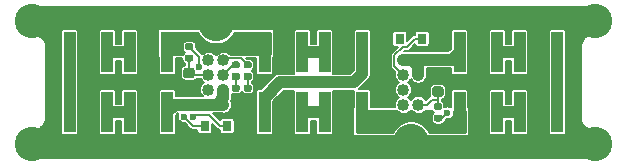
<source format=gbr>
G04 #@! TF.GenerationSoftware,KiCad,Pcbnew,(5.1.4)-1*
G04 #@! TF.CreationDate,2020-06-09T22:18:04-07:00*
G04 #@! TF.ProjectId,SkateLightBackLEDBoard,536b6174-654c-4696-9768-744261636b4c,rev?*
G04 #@! TF.SameCoordinates,Original*
G04 #@! TF.FileFunction,Copper,L1,Top*
G04 #@! TF.FilePolarity,Positive*
%FSLAX46Y46*%
G04 Gerber Fmt 4.6, Leading zero omitted, Abs format (unit mm)*
G04 Created by KiCad (PCBNEW (5.1.4)-1) date 2020-06-09 22:18:04*
%MOMM*%
%LPD*%
G04 APERTURE LIST*
%ADD10C,0.100000*%
%ADD11C,0.590000*%
%ADD12C,0.875000*%
%ADD13R,0.800000X0.900000*%
%ADD14C,1.016000*%
%ADD15C,2.921000*%
%ADD16R,1.000000X3.450000*%
%ADD17C,0.600000*%
%ADD18C,0.200000*%
%ADD19C,0.500000*%
%ADD20C,1.000000*%
%ADD21C,0.152400*%
%ADD22C,0.254000*%
G04 APERTURE END LIST*
D10*
G36*
X10727958Y-2730710D02*
G01*
X10742276Y-2732834D01*
X10756317Y-2736351D01*
X10769946Y-2741228D01*
X10783031Y-2747417D01*
X10795447Y-2754858D01*
X10807073Y-2763481D01*
X10817798Y-2773202D01*
X10827519Y-2783927D01*
X10836142Y-2795553D01*
X10843583Y-2807969D01*
X10849772Y-2821054D01*
X10854649Y-2834683D01*
X10858166Y-2848724D01*
X10860290Y-2863042D01*
X10861000Y-2877500D01*
X10861000Y-3172500D01*
X10860290Y-3186958D01*
X10858166Y-3201276D01*
X10854649Y-3215317D01*
X10849772Y-3228946D01*
X10843583Y-3242031D01*
X10836142Y-3254447D01*
X10827519Y-3266073D01*
X10817798Y-3276798D01*
X10807073Y-3286519D01*
X10795447Y-3295142D01*
X10783031Y-3302583D01*
X10769946Y-3308772D01*
X10756317Y-3313649D01*
X10742276Y-3317166D01*
X10727958Y-3319290D01*
X10713500Y-3320000D01*
X10368500Y-3320000D01*
X10354042Y-3319290D01*
X10339724Y-3317166D01*
X10325683Y-3313649D01*
X10312054Y-3308772D01*
X10298969Y-3302583D01*
X10286553Y-3295142D01*
X10274927Y-3286519D01*
X10264202Y-3276798D01*
X10254481Y-3266073D01*
X10245858Y-3254447D01*
X10238417Y-3242031D01*
X10232228Y-3228946D01*
X10227351Y-3215317D01*
X10223834Y-3201276D01*
X10221710Y-3186958D01*
X10221000Y-3172500D01*
X10221000Y-2877500D01*
X10221710Y-2863042D01*
X10223834Y-2848724D01*
X10227351Y-2834683D01*
X10232228Y-2821054D01*
X10238417Y-2807969D01*
X10245858Y-2795553D01*
X10254481Y-2783927D01*
X10264202Y-2773202D01*
X10274927Y-2763481D01*
X10286553Y-2754858D01*
X10298969Y-2747417D01*
X10312054Y-2741228D01*
X10325683Y-2736351D01*
X10339724Y-2732834D01*
X10354042Y-2730710D01*
X10368500Y-2730000D01*
X10713500Y-2730000D01*
X10727958Y-2730710D01*
X10727958Y-2730710D01*
G37*
D11*
X10541000Y-3025000D03*
D10*
G36*
X10727958Y-1760710D02*
G01*
X10742276Y-1762834D01*
X10756317Y-1766351D01*
X10769946Y-1771228D01*
X10783031Y-1777417D01*
X10795447Y-1784858D01*
X10807073Y-1793481D01*
X10817798Y-1803202D01*
X10827519Y-1813927D01*
X10836142Y-1825553D01*
X10843583Y-1837969D01*
X10849772Y-1851054D01*
X10854649Y-1864683D01*
X10858166Y-1878724D01*
X10860290Y-1893042D01*
X10861000Y-1907500D01*
X10861000Y-2202500D01*
X10860290Y-2216958D01*
X10858166Y-2231276D01*
X10854649Y-2245317D01*
X10849772Y-2258946D01*
X10843583Y-2272031D01*
X10836142Y-2284447D01*
X10827519Y-2296073D01*
X10817798Y-2306798D01*
X10807073Y-2316519D01*
X10795447Y-2325142D01*
X10783031Y-2332583D01*
X10769946Y-2338772D01*
X10756317Y-2343649D01*
X10742276Y-2347166D01*
X10727958Y-2349290D01*
X10713500Y-2350000D01*
X10368500Y-2350000D01*
X10354042Y-2349290D01*
X10339724Y-2347166D01*
X10325683Y-2343649D01*
X10312054Y-2338772D01*
X10298969Y-2332583D01*
X10286553Y-2325142D01*
X10274927Y-2316519D01*
X10264202Y-2306798D01*
X10254481Y-2296073D01*
X10245858Y-2284447D01*
X10238417Y-2272031D01*
X10232228Y-2258946D01*
X10227351Y-2245317D01*
X10223834Y-2231276D01*
X10221710Y-2216958D01*
X10221000Y-2202500D01*
X10221000Y-1907500D01*
X10221710Y-1893042D01*
X10223834Y-1878724D01*
X10227351Y-1864683D01*
X10232228Y-1851054D01*
X10238417Y-1837969D01*
X10245858Y-1825553D01*
X10254481Y-1813927D01*
X10264202Y-1803202D01*
X10274927Y-1793481D01*
X10286553Y-1784858D01*
X10298969Y-1777417D01*
X10312054Y-1771228D01*
X10325683Y-1766351D01*
X10339724Y-1762834D01*
X10354042Y-1760710D01*
X10368500Y-1760000D01*
X10713500Y-1760000D01*
X10727958Y-1760710D01*
X10727958Y-1760710D01*
G37*
D11*
X10541000Y-2055000D03*
D10*
G36*
X10818691Y-351053D02*
G01*
X10839926Y-354203D01*
X10860750Y-359419D01*
X10880962Y-366651D01*
X10900368Y-375830D01*
X10918781Y-386866D01*
X10936024Y-399654D01*
X10951930Y-414070D01*
X10966346Y-429976D01*
X10979134Y-447219D01*
X10990170Y-465632D01*
X10999349Y-485038D01*
X11006581Y-505250D01*
X11011797Y-526074D01*
X11014947Y-547309D01*
X11016000Y-568750D01*
X11016000Y-1006250D01*
X11014947Y-1027691D01*
X11011797Y-1048926D01*
X11006581Y-1069750D01*
X10999349Y-1089962D01*
X10990170Y-1109368D01*
X10979134Y-1127781D01*
X10966346Y-1145024D01*
X10951930Y-1160930D01*
X10936024Y-1175346D01*
X10918781Y-1188134D01*
X10900368Y-1199170D01*
X10880962Y-1208349D01*
X10860750Y-1215581D01*
X10839926Y-1220797D01*
X10818691Y-1223947D01*
X10797250Y-1225000D01*
X10284750Y-1225000D01*
X10263309Y-1223947D01*
X10242074Y-1220797D01*
X10221250Y-1215581D01*
X10201038Y-1208349D01*
X10181632Y-1199170D01*
X10163219Y-1188134D01*
X10145976Y-1175346D01*
X10130070Y-1160930D01*
X10115654Y-1145024D01*
X10102866Y-1127781D01*
X10091830Y-1109368D01*
X10082651Y-1089962D01*
X10075419Y-1069750D01*
X10070203Y-1048926D01*
X10067053Y-1027691D01*
X10066000Y-1006250D01*
X10066000Y-568750D01*
X10067053Y-547309D01*
X10070203Y-526074D01*
X10075419Y-505250D01*
X10082651Y-485038D01*
X10091830Y-465632D01*
X10102866Y-447219D01*
X10115654Y-429976D01*
X10130070Y-414070D01*
X10145976Y-399654D01*
X10163219Y-386866D01*
X10181632Y-375830D01*
X10201038Y-366651D01*
X10221250Y-359419D01*
X10242074Y-354203D01*
X10263309Y-351053D01*
X10284750Y-350000D01*
X10797250Y-350000D01*
X10818691Y-351053D01*
X10818691Y-351053D01*
G37*
D12*
X10541000Y-787500D03*
D10*
G36*
X10818691Y1223947D02*
G01*
X10839926Y1220797D01*
X10860750Y1215581D01*
X10880962Y1208349D01*
X10900368Y1199170D01*
X10918781Y1188134D01*
X10936024Y1175346D01*
X10951930Y1160930D01*
X10966346Y1145024D01*
X10979134Y1127781D01*
X10990170Y1109368D01*
X10999349Y1089962D01*
X11006581Y1069750D01*
X11011797Y1048926D01*
X11014947Y1027691D01*
X11016000Y1006250D01*
X11016000Y568750D01*
X11014947Y547309D01*
X11011797Y526074D01*
X11006581Y505250D01*
X10999349Y485038D01*
X10990170Y465632D01*
X10979134Y447219D01*
X10966346Y429976D01*
X10951930Y414070D01*
X10936024Y399654D01*
X10918781Y386866D01*
X10900368Y375830D01*
X10880962Y366651D01*
X10860750Y359419D01*
X10839926Y354203D01*
X10818691Y351053D01*
X10797250Y350000D01*
X10284750Y350000D01*
X10263309Y351053D01*
X10242074Y354203D01*
X10221250Y359419D01*
X10201038Y366651D01*
X10181632Y375830D01*
X10163219Y386866D01*
X10145976Y399654D01*
X10130070Y414070D01*
X10115654Y429976D01*
X10102866Y447219D01*
X10091830Y465632D01*
X10082651Y485038D01*
X10075419Y505250D01*
X10070203Y526074D01*
X10067053Y547309D01*
X10066000Y568750D01*
X10066000Y1006250D01*
X10067053Y1027691D01*
X10070203Y1048926D01*
X10075419Y1069750D01*
X10082651Y1089962D01*
X10091830Y1109368D01*
X10102866Y1127781D01*
X10115654Y1145024D01*
X10130070Y1160930D01*
X10145976Y1175346D01*
X10163219Y1188134D01*
X10181632Y1199170D01*
X10201038Y1208349D01*
X10221250Y1215581D01*
X10242074Y1220797D01*
X10263309Y1223947D01*
X10284750Y1225000D01*
X10797250Y1225000D01*
X10818691Y1223947D01*
X10818691Y1223947D01*
G37*
D12*
X10541000Y787500D03*
D13*
X8255000Y5699000D03*
X9205000Y3699000D03*
X7305000Y3699000D03*
D14*
X7620000Y-1905000D03*
X8890000Y-1905000D03*
X7620000Y-635000D03*
X8890000Y-635000D03*
X7620000Y635000D03*
X8890000Y635000D03*
X7620000Y1905000D03*
X8890000Y1905000D03*
D15*
X8255000Y-4953000D03*
X-8255000Y4953000D03*
D14*
X-8890000Y-1905000D03*
X-7620000Y-1905000D03*
X-8890000Y-635000D03*
X-7620000Y-635000D03*
X-8890000Y635000D03*
X-7620000Y635000D03*
X-8890000Y1905000D03*
X-7620000Y1905000D03*
D15*
X23812500Y5207000D03*
X23812500Y-5207000D03*
X-23812500Y5207000D03*
X-23812500Y-5207000D03*
D13*
X-8255000Y-5699000D03*
X-9205000Y-3699000D03*
X-7305000Y-3699000D03*
D10*
G36*
X-5373702Y792850D02*
G01*
X-5359384Y790726D01*
X-5345343Y787209D01*
X-5331714Y782332D01*
X-5318629Y776143D01*
X-5306213Y768702D01*
X-5294587Y760079D01*
X-5283862Y750358D01*
X-5274141Y739633D01*
X-5265518Y728007D01*
X-5258077Y715591D01*
X-5251888Y702506D01*
X-5247011Y688877D01*
X-5243494Y674836D01*
X-5241370Y660518D01*
X-5240660Y646060D01*
X-5240660Y351060D01*
X-5241370Y336602D01*
X-5243494Y322284D01*
X-5247011Y308243D01*
X-5251888Y294614D01*
X-5258077Y281529D01*
X-5265518Y269113D01*
X-5274141Y257487D01*
X-5283862Y246762D01*
X-5294587Y237041D01*
X-5306213Y228418D01*
X-5318629Y220977D01*
X-5331714Y214788D01*
X-5345343Y209911D01*
X-5359384Y206394D01*
X-5373702Y204270D01*
X-5388160Y203560D01*
X-5733160Y203560D01*
X-5747618Y204270D01*
X-5761936Y206394D01*
X-5775977Y209911D01*
X-5789606Y214788D01*
X-5802691Y220977D01*
X-5815107Y228418D01*
X-5826733Y237041D01*
X-5837458Y246762D01*
X-5847179Y257487D01*
X-5855802Y269113D01*
X-5863243Y281529D01*
X-5869432Y294614D01*
X-5874309Y308243D01*
X-5877826Y322284D01*
X-5879950Y336602D01*
X-5880660Y351060D01*
X-5880660Y646060D01*
X-5879950Y660518D01*
X-5877826Y674836D01*
X-5874309Y688877D01*
X-5869432Y702506D01*
X-5863243Y715591D01*
X-5855802Y728007D01*
X-5847179Y739633D01*
X-5837458Y750358D01*
X-5826733Y760079D01*
X-5815107Y768702D01*
X-5802691Y776143D01*
X-5789606Y782332D01*
X-5775977Y787209D01*
X-5761936Y790726D01*
X-5747618Y792850D01*
X-5733160Y793560D01*
X-5388160Y793560D01*
X-5373702Y792850D01*
X-5373702Y792850D01*
G37*
D11*
X-5560660Y498560D03*
D10*
G36*
X-5373702Y1762850D02*
G01*
X-5359384Y1760726D01*
X-5345343Y1757209D01*
X-5331714Y1752332D01*
X-5318629Y1746143D01*
X-5306213Y1738702D01*
X-5294587Y1730079D01*
X-5283862Y1720358D01*
X-5274141Y1709633D01*
X-5265518Y1698007D01*
X-5258077Y1685591D01*
X-5251888Y1672506D01*
X-5247011Y1658877D01*
X-5243494Y1644836D01*
X-5241370Y1630518D01*
X-5240660Y1616060D01*
X-5240660Y1321060D01*
X-5241370Y1306602D01*
X-5243494Y1292284D01*
X-5247011Y1278243D01*
X-5251888Y1264614D01*
X-5258077Y1251529D01*
X-5265518Y1239113D01*
X-5274141Y1227487D01*
X-5283862Y1216762D01*
X-5294587Y1207041D01*
X-5306213Y1198418D01*
X-5318629Y1190977D01*
X-5331714Y1184788D01*
X-5345343Y1179911D01*
X-5359384Y1176394D01*
X-5373702Y1174270D01*
X-5388160Y1173560D01*
X-5733160Y1173560D01*
X-5747618Y1174270D01*
X-5761936Y1176394D01*
X-5775977Y1179911D01*
X-5789606Y1184788D01*
X-5802691Y1190977D01*
X-5815107Y1198418D01*
X-5826733Y1207041D01*
X-5837458Y1216762D01*
X-5847179Y1227487D01*
X-5855802Y1239113D01*
X-5863243Y1251529D01*
X-5869432Y1264614D01*
X-5874309Y1278243D01*
X-5877826Y1292284D01*
X-5879950Y1306602D01*
X-5880660Y1321060D01*
X-5880660Y1616060D01*
X-5879950Y1630518D01*
X-5877826Y1644836D01*
X-5874309Y1658877D01*
X-5869432Y1672506D01*
X-5863243Y1685591D01*
X-5855802Y1698007D01*
X-5847179Y1709633D01*
X-5837458Y1720358D01*
X-5826733Y1730079D01*
X-5815107Y1738702D01*
X-5802691Y1746143D01*
X-5789606Y1752332D01*
X-5775977Y1757209D01*
X-5761936Y1760726D01*
X-5747618Y1762850D01*
X-5733160Y1763560D01*
X-5388160Y1763560D01*
X-5373702Y1762850D01*
X-5373702Y1762850D01*
G37*
D11*
X-5560660Y1468560D03*
D10*
G36*
X-6389702Y1762850D02*
G01*
X-6375384Y1760726D01*
X-6361343Y1757209D01*
X-6347714Y1752332D01*
X-6334629Y1746143D01*
X-6322213Y1738702D01*
X-6310587Y1730079D01*
X-6299862Y1720358D01*
X-6290141Y1709633D01*
X-6281518Y1698007D01*
X-6274077Y1685591D01*
X-6267888Y1672506D01*
X-6263011Y1658877D01*
X-6259494Y1644836D01*
X-6257370Y1630518D01*
X-6256660Y1616060D01*
X-6256660Y1321060D01*
X-6257370Y1306602D01*
X-6259494Y1292284D01*
X-6263011Y1278243D01*
X-6267888Y1264614D01*
X-6274077Y1251529D01*
X-6281518Y1239113D01*
X-6290141Y1227487D01*
X-6299862Y1216762D01*
X-6310587Y1207041D01*
X-6322213Y1198418D01*
X-6334629Y1190977D01*
X-6347714Y1184788D01*
X-6361343Y1179911D01*
X-6375384Y1176394D01*
X-6389702Y1174270D01*
X-6404160Y1173560D01*
X-6749160Y1173560D01*
X-6763618Y1174270D01*
X-6777936Y1176394D01*
X-6791977Y1179911D01*
X-6805606Y1184788D01*
X-6818691Y1190977D01*
X-6831107Y1198418D01*
X-6842733Y1207041D01*
X-6853458Y1216762D01*
X-6863179Y1227487D01*
X-6871802Y1239113D01*
X-6879243Y1251529D01*
X-6885432Y1264614D01*
X-6890309Y1278243D01*
X-6893826Y1292284D01*
X-6895950Y1306602D01*
X-6896660Y1321060D01*
X-6896660Y1616060D01*
X-6895950Y1630518D01*
X-6893826Y1644836D01*
X-6890309Y1658877D01*
X-6885432Y1672506D01*
X-6879243Y1685591D01*
X-6871802Y1698007D01*
X-6863179Y1709633D01*
X-6853458Y1720358D01*
X-6842733Y1730079D01*
X-6831107Y1738702D01*
X-6818691Y1746143D01*
X-6805606Y1752332D01*
X-6791977Y1757209D01*
X-6777936Y1760726D01*
X-6763618Y1762850D01*
X-6749160Y1763560D01*
X-6404160Y1763560D01*
X-6389702Y1762850D01*
X-6389702Y1762850D01*
G37*
D11*
X-6576660Y1468560D03*
D10*
G36*
X-6389702Y792850D02*
G01*
X-6375384Y790726D01*
X-6361343Y787209D01*
X-6347714Y782332D01*
X-6334629Y776143D01*
X-6322213Y768702D01*
X-6310587Y760079D01*
X-6299862Y750358D01*
X-6290141Y739633D01*
X-6281518Y728007D01*
X-6274077Y715591D01*
X-6267888Y702506D01*
X-6263011Y688877D01*
X-6259494Y674836D01*
X-6257370Y660518D01*
X-6256660Y646060D01*
X-6256660Y351060D01*
X-6257370Y336602D01*
X-6259494Y322284D01*
X-6263011Y308243D01*
X-6267888Y294614D01*
X-6274077Y281529D01*
X-6281518Y269113D01*
X-6290141Y257487D01*
X-6299862Y246762D01*
X-6310587Y237041D01*
X-6322213Y228418D01*
X-6334629Y220977D01*
X-6347714Y214788D01*
X-6361343Y209911D01*
X-6375384Y206394D01*
X-6389702Y204270D01*
X-6404160Y203560D01*
X-6749160Y203560D01*
X-6763618Y204270D01*
X-6777936Y206394D01*
X-6791977Y209911D01*
X-6805606Y214788D01*
X-6818691Y220977D01*
X-6831107Y228418D01*
X-6842733Y237041D01*
X-6853458Y246762D01*
X-6863179Y257487D01*
X-6871802Y269113D01*
X-6879243Y281529D01*
X-6885432Y294614D01*
X-6890309Y308243D01*
X-6893826Y322284D01*
X-6895950Y336602D01*
X-6896660Y351060D01*
X-6896660Y646060D01*
X-6895950Y660518D01*
X-6893826Y674836D01*
X-6890309Y688877D01*
X-6885432Y702506D01*
X-6879243Y715591D01*
X-6871802Y728007D01*
X-6863179Y739633D01*
X-6853458Y750358D01*
X-6842733Y760079D01*
X-6831107Y768702D01*
X-6818691Y776143D01*
X-6805606Y782332D01*
X-6791977Y787209D01*
X-6777936Y790726D01*
X-6763618Y792850D01*
X-6749160Y793560D01*
X-6404160Y793560D01*
X-6389702Y792850D01*
X-6389702Y792850D01*
G37*
D11*
X-6576660Y498560D03*
D10*
G36*
X-10263309Y-351053D02*
G01*
X-10242074Y-354203D01*
X-10221250Y-359419D01*
X-10201038Y-366651D01*
X-10181632Y-375830D01*
X-10163219Y-386866D01*
X-10145976Y-399654D01*
X-10130070Y-414070D01*
X-10115654Y-429976D01*
X-10102866Y-447219D01*
X-10091830Y-465632D01*
X-10082651Y-485038D01*
X-10075419Y-505250D01*
X-10070203Y-526074D01*
X-10067053Y-547309D01*
X-10066000Y-568750D01*
X-10066000Y-1006250D01*
X-10067053Y-1027691D01*
X-10070203Y-1048926D01*
X-10075419Y-1069750D01*
X-10082651Y-1089962D01*
X-10091830Y-1109368D01*
X-10102866Y-1127781D01*
X-10115654Y-1145024D01*
X-10130070Y-1160930D01*
X-10145976Y-1175346D01*
X-10163219Y-1188134D01*
X-10181632Y-1199170D01*
X-10201038Y-1208349D01*
X-10221250Y-1215581D01*
X-10242074Y-1220797D01*
X-10263309Y-1223947D01*
X-10284750Y-1225000D01*
X-10797250Y-1225000D01*
X-10818691Y-1223947D01*
X-10839926Y-1220797D01*
X-10860750Y-1215581D01*
X-10880962Y-1208349D01*
X-10900368Y-1199170D01*
X-10918781Y-1188134D01*
X-10936024Y-1175346D01*
X-10951930Y-1160930D01*
X-10966346Y-1145024D01*
X-10979134Y-1127781D01*
X-10990170Y-1109368D01*
X-10999349Y-1089962D01*
X-11006581Y-1069750D01*
X-11011797Y-1048926D01*
X-11014947Y-1027691D01*
X-11016000Y-1006250D01*
X-11016000Y-568750D01*
X-11014947Y-547309D01*
X-11011797Y-526074D01*
X-11006581Y-505250D01*
X-10999349Y-485038D01*
X-10990170Y-465632D01*
X-10979134Y-447219D01*
X-10966346Y-429976D01*
X-10951930Y-414070D01*
X-10936024Y-399654D01*
X-10918781Y-386866D01*
X-10900368Y-375830D01*
X-10880962Y-366651D01*
X-10860750Y-359419D01*
X-10839926Y-354203D01*
X-10818691Y-351053D01*
X-10797250Y-350000D01*
X-10284750Y-350000D01*
X-10263309Y-351053D01*
X-10263309Y-351053D01*
G37*
D12*
X-10541000Y-787500D03*
D10*
G36*
X-10263309Y1223947D02*
G01*
X-10242074Y1220797D01*
X-10221250Y1215581D01*
X-10201038Y1208349D01*
X-10181632Y1199170D01*
X-10163219Y1188134D01*
X-10145976Y1175346D01*
X-10130070Y1160930D01*
X-10115654Y1145024D01*
X-10102866Y1127781D01*
X-10091830Y1109368D01*
X-10082651Y1089962D01*
X-10075419Y1069750D01*
X-10070203Y1048926D01*
X-10067053Y1027691D01*
X-10066000Y1006250D01*
X-10066000Y568750D01*
X-10067053Y547309D01*
X-10070203Y526074D01*
X-10075419Y505250D01*
X-10082651Y485038D01*
X-10091830Y465632D01*
X-10102866Y447219D01*
X-10115654Y429976D01*
X-10130070Y414070D01*
X-10145976Y399654D01*
X-10163219Y386866D01*
X-10181632Y375830D01*
X-10201038Y366651D01*
X-10221250Y359419D01*
X-10242074Y354203D01*
X-10263309Y351053D01*
X-10284750Y350000D01*
X-10797250Y350000D01*
X-10818691Y351053D01*
X-10839926Y354203D01*
X-10860750Y359419D01*
X-10880962Y366651D01*
X-10900368Y375830D01*
X-10918781Y386866D01*
X-10936024Y399654D01*
X-10951930Y414070D01*
X-10966346Y429976D01*
X-10979134Y447219D01*
X-10990170Y465632D01*
X-10999349Y485038D01*
X-11006581Y505250D01*
X-11011797Y526074D01*
X-11014947Y547309D01*
X-11016000Y568750D01*
X-11016000Y1006250D01*
X-11014947Y1027691D01*
X-11011797Y1048926D01*
X-11006581Y1069750D01*
X-10999349Y1089962D01*
X-10990170Y1109368D01*
X-10979134Y1127781D01*
X-10966346Y1145024D01*
X-10951930Y1160930D01*
X-10936024Y1175346D01*
X-10918781Y1188134D01*
X-10900368Y1199170D01*
X-10880962Y1208349D01*
X-10860750Y1215581D01*
X-10839926Y1220797D01*
X-10818691Y1223947D01*
X-10797250Y1225000D01*
X-10284750Y1225000D01*
X-10263309Y1223947D01*
X-10263309Y1223947D01*
G37*
D12*
X-10541000Y787500D03*
D10*
G36*
X-10354042Y2349290D02*
G01*
X-10339724Y2347166D01*
X-10325683Y2343649D01*
X-10312054Y2338772D01*
X-10298969Y2332583D01*
X-10286553Y2325142D01*
X-10274927Y2316519D01*
X-10264202Y2306798D01*
X-10254481Y2296073D01*
X-10245858Y2284447D01*
X-10238417Y2272031D01*
X-10232228Y2258946D01*
X-10227351Y2245317D01*
X-10223834Y2231276D01*
X-10221710Y2216958D01*
X-10221000Y2202500D01*
X-10221000Y1907500D01*
X-10221710Y1893042D01*
X-10223834Y1878724D01*
X-10227351Y1864683D01*
X-10232228Y1851054D01*
X-10238417Y1837969D01*
X-10245858Y1825553D01*
X-10254481Y1813927D01*
X-10264202Y1803202D01*
X-10274927Y1793481D01*
X-10286553Y1784858D01*
X-10298969Y1777417D01*
X-10312054Y1771228D01*
X-10325683Y1766351D01*
X-10339724Y1762834D01*
X-10354042Y1760710D01*
X-10368500Y1760000D01*
X-10713500Y1760000D01*
X-10727958Y1760710D01*
X-10742276Y1762834D01*
X-10756317Y1766351D01*
X-10769946Y1771228D01*
X-10783031Y1777417D01*
X-10795447Y1784858D01*
X-10807073Y1793481D01*
X-10817798Y1803202D01*
X-10827519Y1813927D01*
X-10836142Y1825553D01*
X-10843583Y1837969D01*
X-10849772Y1851054D01*
X-10854649Y1864683D01*
X-10858166Y1878724D01*
X-10860290Y1893042D01*
X-10861000Y1907500D01*
X-10861000Y2202500D01*
X-10860290Y2216958D01*
X-10858166Y2231276D01*
X-10854649Y2245317D01*
X-10849772Y2258946D01*
X-10843583Y2272031D01*
X-10836142Y2284447D01*
X-10827519Y2296073D01*
X-10817798Y2306798D01*
X-10807073Y2316519D01*
X-10795447Y2325142D01*
X-10783031Y2332583D01*
X-10769946Y2338772D01*
X-10756317Y2343649D01*
X-10742276Y2347166D01*
X-10727958Y2349290D01*
X-10713500Y2350000D01*
X-10368500Y2350000D01*
X-10354042Y2349290D01*
X-10354042Y2349290D01*
G37*
D11*
X-10541000Y2055000D03*
D10*
G36*
X-10354042Y3319290D02*
G01*
X-10339724Y3317166D01*
X-10325683Y3313649D01*
X-10312054Y3308772D01*
X-10298969Y3302583D01*
X-10286553Y3295142D01*
X-10274927Y3286519D01*
X-10264202Y3276798D01*
X-10254481Y3266073D01*
X-10245858Y3254447D01*
X-10238417Y3242031D01*
X-10232228Y3228946D01*
X-10227351Y3215317D01*
X-10223834Y3201276D01*
X-10221710Y3186958D01*
X-10221000Y3172500D01*
X-10221000Y2877500D01*
X-10221710Y2863042D01*
X-10223834Y2848724D01*
X-10227351Y2834683D01*
X-10232228Y2821054D01*
X-10238417Y2807969D01*
X-10245858Y2795553D01*
X-10254481Y2783927D01*
X-10264202Y2773202D01*
X-10274927Y2763481D01*
X-10286553Y2754858D01*
X-10298969Y2747417D01*
X-10312054Y2741228D01*
X-10325683Y2736351D01*
X-10339724Y2732834D01*
X-10354042Y2730710D01*
X-10368500Y2730000D01*
X-10713500Y2730000D01*
X-10727958Y2730710D01*
X-10742276Y2732834D01*
X-10756317Y2736351D01*
X-10769946Y2741228D01*
X-10783031Y2747417D01*
X-10795447Y2754858D01*
X-10807073Y2763481D01*
X-10817798Y2773202D01*
X-10827519Y2783927D01*
X-10836142Y2795553D01*
X-10843583Y2807969D01*
X-10849772Y2821054D01*
X-10854649Y2834683D01*
X-10858166Y2848724D01*
X-10860290Y2863042D01*
X-10861000Y2877500D01*
X-10861000Y3172500D01*
X-10860290Y3186958D01*
X-10858166Y3201276D01*
X-10854649Y3215317D01*
X-10849772Y3228946D01*
X-10843583Y3242031D01*
X-10836142Y3254447D01*
X-10827519Y3266073D01*
X-10817798Y3276798D01*
X-10807073Y3286519D01*
X-10795447Y3295142D01*
X-10783031Y3302583D01*
X-10769946Y3308772D01*
X-10756317Y3313649D01*
X-10742276Y3317166D01*
X-10727958Y3319290D01*
X-10713500Y3320000D01*
X-10368500Y3320000D01*
X-10354042Y3319290D01*
X-10354042Y3319290D01*
G37*
D11*
X-10541000Y3025000D03*
D10*
G36*
X-5373702Y-1175650D02*
G01*
X-5359384Y-1177774D01*
X-5345343Y-1181291D01*
X-5331714Y-1186168D01*
X-5318629Y-1192357D01*
X-5306213Y-1199798D01*
X-5294587Y-1208421D01*
X-5283862Y-1218142D01*
X-5274141Y-1228867D01*
X-5265518Y-1240493D01*
X-5258077Y-1252909D01*
X-5251888Y-1265994D01*
X-5247011Y-1279623D01*
X-5243494Y-1293664D01*
X-5241370Y-1307982D01*
X-5240660Y-1322440D01*
X-5240660Y-1617440D01*
X-5241370Y-1631898D01*
X-5243494Y-1646216D01*
X-5247011Y-1660257D01*
X-5251888Y-1673886D01*
X-5258077Y-1686971D01*
X-5265518Y-1699387D01*
X-5274141Y-1711013D01*
X-5283862Y-1721738D01*
X-5294587Y-1731459D01*
X-5306213Y-1740082D01*
X-5318629Y-1747523D01*
X-5331714Y-1753712D01*
X-5345343Y-1758589D01*
X-5359384Y-1762106D01*
X-5373702Y-1764230D01*
X-5388160Y-1764940D01*
X-5733160Y-1764940D01*
X-5747618Y-1764230D01*
X-5761936Y-1762106D01*
X-5775977Y-1758589D01*
X-5789606Y-1753712D01*
X-5802691Y-1747523D01*
X-5815107Y-1740082D01*
X-5826733Y-1731459D01*
X-5837458Y-1721738D01*
X-5847179Y-1711013D01*
X-5855802Y-1699387D01*
X-5863243Y-1686971D01*
X-5869432Y-1673886D01*
X-5874309Y-1660257D01*
X-5877826Y-1646216D01*
X-5879950Y-1631898D01*
X-5880660Y-1617440D01*
X-5880660Y-1322440D01*
X-5879950Y-1307982D01*
X-5877826Y-1293664D01*
X-5874309Y-1279623D01*
X-5869432Y-1265994D01*
X-5863243Y-1252909D01*
X-5855802Y-1240493D01*
X-5847179Y-1228867D01*
X-5837458Y-1218142D01*
X-5826733Y-1208421D01*
X-5815107Y-1199798D01*
X-5802691Y-1192357D01*
X-5789606Y-1186168D01*
X-5775977Y-1181291D01*
X-5761936Y-1177774D01*
X-5747618Y-1175650D01*
X-5733160Y-1174940D01*
X-5388160Y-1174940D01*
X-5373702Y-1175650D01*
X-5373702Y-1175650D01*
G37*
D11*
X-5560660Y-1469940D03*
D10*
G36*
X-5373702Y-205650D02*
G01*
X-5359384Y-207774D01*
X-5345343Y-211291D01*
X-5331714Y-216168D01*
X-5318629Y-222357D01*
X-5306213Y-229798D01*
X-5294587Y-238421D01*
X-5283862Y-248142D01*
X-5274141Y-258867D01*
X-5265518Y-270493D01*
X-5258077Y-282909D01*
X-5251888Y-295994D01*
X-5247011Y-309623D01*
X-5243494Y-323664D01*
X-5241370Y-337982D01*
X-5240660Y-352440D01*
X-5240660Y-647440D01*
X-5241370Y-661898D01*
X-5243494Y-676216D01*
X-5247011Y-690257D01*
X-5251888Y-703886D01*
X-5258077Y-716971D01*
X-5265518Y-729387D01*
X-5274141Y-741013D01*
X-5283862Y-751738D01*
X-5294587Y-761459D01*
X-5306213Y-770082D01*
X-5318629Y-777523D01*
X-5331714Y-783712D01*
X-5345343Y-788589D01*
X-5359384Y-792106D01*
X-5373702Y-794230D01*
X-5388160Y-794940D01*
X-5733160Y-794940D01*
X-5747618Y-794230D01*
X-5761936Y-792106D01*
X-5775977Y-788589D01*
X-5789606Y-783712D01*
X-5802691Y-777523D01*
X-5815107Y-770082D01*
X-5826733Y-761459D01*
X-5837458Y-751738D01*
X-5847179Y-741013D01*
X-5855802Y-729387D01*
X-5863243Y-716971D01*
X-5869432Y-703886D01*
X-5874309Y-690257D01*
X-5877826Y-676216D01*
X-5879950Y-661898D01*
X-5880660Y-647440D01*
X-5880660Y-352440D01*
X-5879950Y-337982D01*
X-5877826Y-323664D01*
X-5874309Y-309623D01*
X-5869432Y-295994D01*
X-5863243Y-282909D01*
X-5855802Y-270493D01*
X-5847179Y-258867D01*
X-5837458Y-248142D01*
X-5826733Y-238421D01*
X-5815107Y-229798D01*
X-5802691Y-222357D01*
X-5789606Y-216168D01*
X-5775977Y-211291D01*
X-5761936Y-207774D01*
X-5747618Y-205650D01*
X-5733160Y-204940D01*
X-5388160Y-204940D01*
X-5373702Y-205650D01*
X-5373702Y-205650D01*
G37*
D11*
X-5560660Y-499940D03*
D10*
G36*
X-6389702Y-205650D02*
G01*
X-6375384Y-207774D01*
X-6361343Y-211291D01*
X-6347714Y-216168D01*
X-6334629Y-222357D01*
X-6322213Y-229798D01*
X-6310587Y-238421D01*
X-6299862Y-248142D01*
X-6290141Y-258867D01*
X-6281518Y-270493D01*
X-6274077Y-282909D01*
X-6267888Y-295994D01*
X-6263011Y-309623D01*
X-6259494Y-323664D01*
X-6257370Y-337982D01*
X-6256660Y-352440D01*
X-6256660Y-647440D01*
X-6257370Y-661898D01*
X-6259494Y-676216D01*
X-6263011Y-690257D01*
X-6267888Y-703886D01*
X-6274077Y-716971D01*
X-6281518Y-729387D01*
X-6290141Y-741013D01*
X-6299862Y-751738D01*
X-6310587Y-761459D01*
X-6322213Y-770082D01*
X-6334629Y-777523D01*
X-6347714Y-783712D01*
X-6361343Y-788589D01*
X-6375384Y-792106D01*
X-6389702Y-794230D01*
X-6404160Y-794940D01*
X-6749160Y-794940D01*
X-6763618Y-794230D01*
X-6777936Y-792106D01*
X-6791977Y-788589D01*
X-6805606Y-783712D01*
X-6818691Y-777523D01*
X-6831107Y-770082D01*
X-6842733Y-761459D01*
X-6853458Y-751738D01*
X-6863179Y-741013D01*
X-6871802Y-729387D01*
X-6879243Y-716971D01*
X-6885432Y-703886D01*
X-6890309Y-690257D01*
X-6893826Y-676216D01*
X-6895950Y-661898D01*
X-6896660Y-647440D01*
X-6896660Y-352440D01*
X-6895950Y-337982D01*
X-6893826Y-323664D01*
X-6890309Y-309623D01*
X-6885432Y-295994D01*
X-6879243Y-282909D01*
X-6871802Y-270493D01*
X-6863179Y-258867D01*
X-6853458Y-248142D01*
X-6842733Y-238421D01*
X-6831107Y-229798D01*
X-6818691Y-222357D01*
X-6805606Y-216168D01*
X-6791977Y-211291D01*
X-6777936Y-207774D01*
X-6763618Y-205650D01*
X-6749160Y-204940D01*
X-6404160Y-204940D01*
X-6389702Y-205650D01*
X-6389702Y-205650D01*
G37*
D11*
X-6576660Y-499940D03*
D10*
G36*
X-6389702Y-1175650D02*
G01*
X-6375384Y-1177774D01*
X-6361343Y-1181291D01*
X-6347714Y-1186168D01*
X-6334629Y-1192357D01*
X-6322213Y-1199798D01*
X-6310587Y-1208421D01*
X-6299862Y-1218142D01*
X-6290141Y-1228867D01*
X-6281518Y-1240493D01*
X-6274077Y-1252909D01*
X-6267888Y-1265994D01*
X-6263011Y-1279623D01*
X-6259494Y-1293664D01*
X-6257370Y-1307982D01*
X-6256660Y-1322440D01*
X-6256660Y-1617440D01*
X-6257370Y-1631898D01*
X-6259494Y-1646216D01*
X-6263011Y-1660257D01*
X-6267888Y-1673886D01*
X-6274077Y-1686971D01*
X-6281518Y-1699387D01*
X-6290141Y-1711013D01*
X-6299862Y-1721738D01*
X-6310587Y-1731459D01*
X-6322213Y-1740082D01*
X-6334629Y-1747523D01*
X-6347714Y-1753712D01*
X-6361343Y-1758589D01*
X-6375384Y-1762106D01*
X-6389702Y-1764230D01*
X-6404160Y-1764940D01*
X-6749160Y-1764940D01*
X-6763618Y-1764230D01*
X-6777936Y-1762106D01*
X-6791977Y-1758589D01*
X-6805606Y-1753712D01*
X-6818691Y-1747523D01*
X-6831107Y-1740082D01*
X-6842733Y-1731459D01*
X-6853458Y-1721738D01*
X-6863179Y-1711013D01*
X-6871802Y-1699387D01*
X-6879243Y-1686971D01*
X-6885432Y-1673886D01*
X-6890309Y-1660257D01*
X-6893826Y-1646216D01*
X-6895950Y-1631898D01*
X-6896660Y-1617440D01*
X-6896660Y-1322440D01*
X-6895950Y-1307982D01*
X-6893826Y-1293664D01*
X-6890309Y-1279623D01*
X-6885432Y-1265994D01*
X-6879243Y-1252909D01*
X-6871802Y-1240493D01*
X-6863179Y-1228867D01*
X-6853458Y-1218142D01*
X-6842733Y-1208421D01*
X-6831107Y-1199798D01*
X-6818691Y-1192357D01*
X-6805606Y-1186168D01*
X-6791977Y-1181291D01*
X-6777936Y-1177774D01*
X-6763618Y-1175650D01*
X-6749160Y-1174940D01*
X-6404160Y-1174940D01*
X-6389702Y-1175650D01*
X-6389702Y-1175650D01*
G37*
D11*
X-6576660Y-1469940D03*
D16*
X-15570000Y-2540000D03*
X-12370000Y-2540000D03*
X-17450000Y-2540000D03*
X-20650000Y-2540000D03*
X-20650000Y2540000D03*
X-17450000Y2540000D03*
X-15570000Y2540000D03*
X-12370000Y2540000D03*
X-940000Y2540000D03*
X-4140000Y2540000D03*
X4140000Y2540000D03*
X940000Y2540000D03*
X-940000Y-2540000D03*
X-4140000Y-2540000D03*
X940000Y-2540000D03*
X4140000Y-2540000D03*
X12370000Y-2540000D03*
X15570000Y-2540000D03*
X20650000Y-2540000D03*
X17450000Y-2540000D03*
X20650000Y2540000D03*
X17450000Y2540000D03*
X12370000Y2540000D03*
X15570000Y2540000D03*
D17*
X10541000Y635000D03*
X-8255000Y-5715000D03*
X8255000Y5715000D03*
X-19050000Y5715000D03*
X-19050000Y-5715000D03*
X-13970000Y-5715000D03*
X-2540000Y-5715000D03*
X2540000Y-5715000D03*
X-2540000Y5715000D03*
X2540000Y5715000D03*
X13970000Y5715000D03*
X19050000Y5715000D03*
X19050000Y-5715000D03*
X13970000Y-5715000D03*
X-13970000Y5715000D03*
X-19050000Y0D03*
X-13970000Y0D03*
X13970000Y0D03*
X19050000Y0D03*
X22225000Y0D03*
X-22225000Y0D03*
X16510000Y5715000D03*
X11430000Y5715000D03*
X5080000Y5715000D03*
X0Y5715000D03*
X-5080000Y5715000D03*
X-11430000Y5715000D03*
X-16510000Y5715000D03*
X-21590000Y5715000D03*
X-21590000Y-5715000D03*
X-16510000Y-5715000D03*
X-11430000Y-5715000D03*
X-5080000Y-5715000D03*
X0Y-5715000D03*
X5080000Y-5715000D03*
X11430000Y-5715000D03*
X16510000Y-5715000D03*
X21590000Y-5715000D03*
X21590000Y5715000D03*
X-13970000Y-3810000D03*
X-13970000Y-1905000D03*
X-19050000Y-3810000D03*
X-19050000Y-1905000D03*
X-19050000Y3810000D03*
X-19050000Y1905000D03*
X-13970000Y3810000D03*
X-13970000Y1905000D03*
X-16510000Y0D03*
X-22225000Y1905000D03*
X-22225000Y-1905000D03*
X-2540000Y3810000D03*
X-2540000Y1905000D03*
X-2540000Y-3810000D03*
X-2540000Y-1905000D03*
X-5715000Y-3810000D03*
X2540000Y-3810000D03*
X2540000Y-1905000D03*
X2540000Y1905000D03*
X2540000Y3810000D03*
X5715000Y3175000D03*
X10795000Y3175000D03*
X13970000Y3810000D03*
X13970000Y1905000D03*
X13970000Y-1905000D03*
X13970000Y-3810000D03*
X19050000Y-3810000D03*
X19050000Y-1905000D03*
X16510000Y0D03*
X19050000Y1905000D03*
X19050000Y3810000D03*
X22225000Y1905000D03*
X22225000Y-1905000D03*
X-4445000Y0D03*
X-5969000Y-2032000D03*
X5334000Y-1651000D03*
X-10970000Y-2900000D03*
X-9670000Y1330000D03*
X-10180000Y-2900000D03*
X7305000Y3699000D03*
X11340000Y-2560000D03*
D18*
X-10541000Y787500D02*
X-10541000Y2055000D01*
X-10388500Y635000D02*
X-10541000Y787500D01*
X-8890000Y635000D02*
X-10388500Y635000D01*
X10044420Y-1469000D02*
X10541000Y-1469000D01*
X9608420Y-1905000D02*
X10044420Y-1469000D01*
X8890000Y-1905000D02*
X9608420Y-1905000D01*
X10541000Y-787500D02*
X10541000Y-1469000D01*
X10541000Y-1469000D02*
X10541000Y-2055000D01*
D19*
X23812500Y5207000D02*
X22994099Y6025401D01*
D18*
X9042500Y-787500D02*
X8890000Y-635000D01*
X-9205000Y-3699000D02*
X-10171000Y-3699000D01*
X-10171000Y-3699000D02*
X-10970000Y-2900000D01*
X8605000Y3699000D02*
X9205000Y3699000D01*
X7902599Y2996599D02*
X8605000Y3699000D01*
X7586205Y2996599D02*
X7902599Y2996599D01*
X6859599Y2269993D02*
X7586205Y2996599D01*
X6859599Y1395401D02*
X6859599Y2269993D01*
X7620000Y635000D02*
X6859599Y1395401D01*
D20*
X8890000Y1353420D02*
X8890000Y635000D01*
X8338420Y1905000D02*
X8890000Y1353420D01*
X7620000Y1905000D02*
X8338420Y1905000D01*
X7620000Y1905000D02*
X8890000Y1905000D01*
X11735000Y1905000D02*
X12370000Y2540000D01*
X8890000Y1905000D02*
X11735000Y1905000D01*
D18*
X-6786440Y1468560D02*
X-7620000Y635000D01*
X-6576660Y1468560D02*
X-6786440Y1468560D01*
X-7620000Y1905000D02*
X-7485000Y2040000D01*
X-6132100Y2040000D02*
X-5560660Y1468560D01*
X-7485000Y2040000D02*
X-6132100Y2040000D01*
D20*
X-17450000Y-2540000D02*
X-15570000Y-2540000D01*
X-8890000Y-1905000D02*
X-7620000Y-1905000D01*
X-8171580Y-1905000D02*
X-8890000Y-1905000D01*
X-7620000Y-1353420D02*
X-8171580Y-1905000D01*
X-7620000Y-635000D02*
X-7620000Y-1353420D01*
X-11735000Y-1905000D02*
X-12370000Y-2540000D01*
X-7620000Y-1905000D02*
X-11735000Y-1905000D01*
X-20650000Y2540000D02*
X-20650000Y-2540000D01*
X-15570000Y2540000D02*
X-17450000Y2540000D01*
X-940000Y2540000D02*
X940000Y2540000D01*
X-4140000Y-1315000D02*
X-2815000Y10000D01*
X-4140000Y-2540000D02*
X-4140000Y-1315000D01*
X-2815000Y10000D02*
X3410000Y10000D01*
X4140000Y740000D02*
X4140000Y2540000D01*
X3410000Y10000D02*
X4140000Y740000D01*
X-940000Y-2540000D02*
X940000Y-2540000D01*
X17450000Y-2540000D02*
X15570000Y-2540000D01*
X20650000Y2540000D02*
X20650000Y-2540000D01*
X15570000Y2540000D02*
X17450000Y2540000D01*
D18*
X-5560660Y498560D02*
X-5560660Y-499940D01*
X-6576660Y498560D02*
X-6576660Y-499940D01*
X-10541000Y3025000D02*
X-9670000Y2154000D01*
X-9670000Y2154000D02*
X-9670000Y1330000D01*
X-7905000Y-3699000D02*
X-8804000Y-2800000D01*
X-7305000Y-3699000D02*
X-7905000Y-3699000D01*
X-8804000Y-2800000D02*
X-10080000Y-2800000D01*
X-10080000Y-2800000D02*
X-10180000Y-2900000D01*
X10391000Y-3175000D02*
X10541000Y-3025000D01*
X10541000Y-3025000D02*
X10875000Y-3025000D01*
X10875000Y-3025000D02*
X11340000Y-2560000D01*
D21*
G36*
X24046977Y6389146D02*
G01*
X24272131Y6321087D01*
X24479769Y6210594D01*
X24661994Y6061874D01*
X24811861Y5880592D01*
X24923662Y5673655D01*
X24993142Y5448940D01*
X25017650Y5215015D01*
X24996254Y4980779D01*
X24929769Y4755161D01*
X24820727Y4546751D01*
X24673283Y4363494D01*
X24493052Y4212365D01*
X24286898Y4099120D01*
X24062680Y4028077D01*
X23822046Y4001168D01*
X23712678Y4004450D01*
X23712535Y4004440D01*
X23651689Y4006439D01*
X23635983Y4005418D01*
X23620244Y4005523D01*
X23616715Y4005176D01*
X23468818Y3989581D01*
X23446230Y3984936D01*
X23423658Y3980623D01*
X23420268Y3979598D01*
X23420262Y3979597D01*
X23420256Y3979595D01*
X23278212Y3935573D01*
X23256947Y3926626D01*
X23235651Y3918014D01*
X23232529Y3916352D01*
X23232519Y3916348D01*
X23232511Y3916343D01*
X23101726Y3845572D01*
X23082657Y3832700D01*
X23063383Y3820079D01*
X23060636Y3817837D01*
X22946080Y3723003D01*
X22929824Y3706622D01*
X22913422Y3690550D01*
X22911168Y3687823D01*
X22911161Y3687816D01*
X22911156Y3687808D01*
X22817208Y3572539D01*
X22804438Y3553306D01*
X22791474Y3534359D01*
X22789794Y3531250D01*
X22789788Y3531241D01*
X22789784Y3531232D01*
X22720014Y3399908D01*
X22711225Y3378563D01*
X22702187Y3357457D01*
X22701139Y3354069D01*
X22658203Y3211685D01*
X22653723Y3189024D01*
X22648961Y3166582D01*
X22648592Y3163064D01*
X22648590Y3163054D01*
X22648590Y3163045D01*
X22636607Y3040410D01*
X22636600Y3040388D01*
X22632924Y3003064D01*
X22632925Y12469D01*
X22632924Y-3003064D01*
X22633436Y-3008265D01*
X22635559Y-3061562D01*
X22637717Y-3077155D01*
X22638755Y-3092856D01*
X22639357Y-3096351D01*
X22665644Y-3242726D01*
X22671922Y-3264941D01*
X22677857Y-3287118D01*
X22679126Y-3290429D01*
X22733343Y-3428910D01*
X22743804Y-3449458D01*
X22753945Y-3470085D01*
X22755830Y-3473082D01*
X22755833Y-3473087D01*
X22755836Y-3473091D01*
X22835915Y-3598399D01*
X22850183Y-3616543D01*
X22864123Y-3634788D01*
X22866553Y-3637361D01*
X22866558Y-3637367D01*
X22866563Y-3637372D01*
X22969455Y-3744738D01*
X22986929Y-3759726D01*
X23004193Y-3774956D01*
X23007083Y-3777011D01*
X23128876Y-3862352D01*
X23148955Y-3873675D01*
X23168822Y-3885247D01*
X23172056Y-3886702D01*
X23308105Y-3946761D01*
X23330039Y-3953981D01*
X23351737Y-3961460D01*
X23355182Y-3962257D01*
X23355192Y-3962260D01*
X23355202Y-3962261D01*
X23500315Y-3994749D01*
X23523186Y-3997565D01*
X23545972Y-4000694D01*
X23549516Y-4000807D01*
X23549517Y-4000807D01*
X23698188Y-4004490D01*
X23698411Y-4004474D01*
X23698937Y-4004490D01*
X23958976Y-4010759D01*
X24188536Y-4061991D01*
X24403777Y-4156838D01*
X24596491Y-4291682D01*
X24759348Y-4461395D01*
X24886136Y-4659503D01*
X24972031Y-4878466D01*
X25013761Y-5109946D01*
X25009734Y-5345124D01*
X24960106Y-5575033D01*
X24866765Y-5790929D01*
X24733268Y-5984583D01*
X24564699Y-6148619D01*
X24367480Y-6276788D01*
X24149119Y-6364210D01*
X23911139Y-6408829D01*
X23804981Y-6413500D01*
X-23799449Y-6413500D01*
X-24046977Y-6389146D01*
X-24272129Y-6321087D01*
X-24479766Y-6210596D01*
X-24661992Y-6061876D01*
X-24811860Y-5880595D01*
X-24923662Y-5673655D01*
X-24993142Y-5448937D01*
X-25017650Y-5215014D01*
X-24996254Y-4980779D01*
X-24929769Y-4755161D01*
X-24820728Y-4546754D01*
X-24673284Y-4363496D01*
X-24493057Y-4212368D01*
X-24286899Y-4099121D01*
X-24062680Y-4028077D01*
X-23822052Y-4001167D01*
X-23712678Y-4004450D01*
X-23712535Y-4004440D01*
X-23651689Y-4006439D01*
X-23635983Y-4005418D01*
X-23620244Y-4005523D01*
X-23616714Y-4005176D01*
X-23468818Y-3989581D01*
X-23446193Y-3984929D01*
X-23423658Y-3980622D01*
X-23420265Y-3979598D01*
X-23420259Y-3979596D01*
X-23278212Y-3935573D01*
X-23256934Y-3926620D01*
X-23235652Y-3918014D01*
X-23232529Y-3916352D01*
X-23232519Y-3916348D01*
X-23232511Y-3916343D01*
X-23101727Y-3845572D01*
X-23082619Y-3832675D01*
X-23063384Y-3820079D01*
X-23060636Y-3817837D01*
X-22946081Y-3723003D01*
X-22929839Y-3706637D01*
X-22913423Y-3690550D01*
X-22911163Y-3687817D01*
X-22817208Y-3572540D01*
X-22804442Y-3553312D01*
X-22791474Y-3534359D01*
X-22789788Y-3531240D01*
X-22720014Y-3399908D01*
X-22711215Y-3378539D01*
X-22702187Y-3357457D01*
X-22701139Y-3354069D01*
X-22658203Y-3211685D01*
X-22653723Y-3189024D01*
X-22648961Y-3166582D01*
X-22648592Y-3163064D01*
X-22648590Y-3163054D01*
X-22648590Y-3163045D01*
X-22636607Y-3040411D01*
X-22636600Y-3040389D01*
X-22632924Y-3003065D01*
X-22632924Y3003065D01*
X-22633436Y3008266D01*
X-22635559Y3061562D01*
X-22637717Y3077155D01*
X-22638755Y3092856D01*
X-22639357Y3096350D01*
X-22665644Y3242726D01*
X-22671922Y3264941D01*
X-22677857Y3287118D01*
X-22679126Y3290429D01*
X-22733343Y3428910D01*
X-22743804Y3449458D01*
X-22753945Y3470085D01*
X-22755830Y3473082D01*
X-22755833Y3473087D01*
X-22755836Y3473091D01*
X-22835915Y3598399D01*
X-22850210Y3616578D01*
X-22864123Y3634789D01*
X-22866553Y3637361D01*
X-22866558Y3637367D01*
X-22866563Y3637372D01*
X-22969455Y3744738D01*
X-22986951Y3759744D01*
X-23004193Y3774955D01*
X-23007083Y3777011D01*
X-23128876Y3862352D01*
X-23148955Y3873675D01*
X-23168822Y3885247D01*
X-23172047Y3886697D01*
X-23172056Y3886702D01*
X-23172065Y3886705D01*
X-23308105Y3946761D01*
X-23330049Y3953984D01*
X-23351737Y3961460D01*
X-23355182Y3962257D01*
X-23355192Y3962260D01*
X-23355202Y3962261D01*
X-23500316Y3994749D01*
X-23523210Y3997568D01*
X-23545972Y4000694D01*
X-23549506Y4000807D01*
X-23549517Y4000808D01*
X-23549527Y4000807D01*
X-23698188Y4004490D01*
X-23698411Y4004474D01*
X-23698936Y4004490D01*
X-23958976Y4010759D01*
X-24188535Y4061991D01*
X-24403777Y4156838D01*
X-24558358Y4265000D01*
X-21379706Y4265000D01*
X-21379706Y815000D01*
X-21378600Y803768D01*
X-21378599Y-803765D01*
X-21379706Y-815000D01*
X-21379706Y-4265000D01*
X-21375292Y-4309813D01*
X-21362221Y-4352905D01*
X-21340994Y-4392618D01*
X-21312427Y-4427427D01*
X-21277618Y-4455994D01*
X-21237905Y-4477221D01*
X-21194813Y-4490292D01*
X-21150000Y-4494706D01*
X-20150000Y-4494706D01*
X-20105187Y-4490292D01*
X-20062095Y-4477221D01*
X-20022382Y-4455994D01*
X-19987573Y-4427427D01*
X-19959006Y-4392618D01*
X-19937779Y-4352905D01*
X-19924708Y-4309813D01*
X-19920294Y-4265000D01*
X-19920294Y-2540000D01*
X-18182125Y-2540000D01*
X-18179706Y-2564560D01*
X-18179706Y-4265000D01*
X-18175292Y-4309813D01*
X-18162221Y-4352905D01*
X-18140994Y-4392618D01*
X-18112427Y-4427427D01*
X-18077618Y-4455994D01*
X-18037905Y-4477221D01*
X-17994813Y-4490292D01*
X-17950000Y-4494706D01*
X-16950000Y-4494706D01*
X-16905187Y-4490292D01*
X-16862095Y-4477221D01*
X-16822382Y-4455994D01*
X-16787573Y-4427427D01*
X-16759006Y-4392618D01*
X-16737779Y-4352905D01*
X-16724708Y-4309813D01*
X-16720294Y-4265000D01*
X-16720294Y-3268600D01*
X-16299706Y-3268600D01*
X-16299706Y-4265000D01*
X-16295292Y-4309813D01*
X-16282221Y-4352905D01*
X-16260994Y-4392618D01*
X-16232427Y-4427427D01*
X-16197618Y-4455994D01*
X-16157905Y-4477221D01*
X-16114813Y-4490292D01*
X-16070000Y-4494706D01*
X-15070000Y-4494706D01*
X-15025187Y-4490292D01*
X-14982095Y-4477221D01*
X-14942382Y-4455994D01*
X-14907573Y-4427427D01*
X-14879006Y-4392618D01*
X-14857779Y-4352905D01*
X-14844708Y-4309813D01*
X-14840294Y-4265000D01*
X-14840294Y-2564560D01*
X-14837875Y-2540000D01*
X-14840294Y-2515440D01*
X-14840294Y-815000D01*
X-14844708Y-770187D01*
X-14857779Y-727095D01*
X-14879006Y-687382D01*
X-14907573Y-652573D01*
X-14942382Y-624006D01*
X-14982095Y-602779D01*
X-15025187Y-589708D01*
X-15070000Y-585294D01*
X-16070000Y-585294D01*
X-16114813Y-589708D01*
X-16157905Y-602779D01*
X-16197618Y-624006D01*
X-16232427Y-652573D01*
X-16260994Y-687382D01*
X-16282221Y-727095D01*
X-16295292Y-770187D01*
X-16299706Y-815000D01*
X-16299706Y-1811400D01*
X-16720294Y-1811400D01*
X-16720294Y-815000D01*
X-16724708Y-770187D01*
X-16737779Y-727095D01*
X-16759006Y-687382D01*
X-16787573Y-652573D01*
X-16822382Y-624006D01*
X-16862095Y-602779D01*
X-16905187Y-589708D01*
X-16950000Y-585294D01*
X-17950000Y-585294D01*
X-17994813Y-589708D01*
X-18037905Y-602779D01*
X-18077618Y-624006D01*
X-18112427Y-652573D01*
X-18140994Y-687382D01*
X-18162221Y-727095D01*
X-18175292Y-770187D01*
X-18179706Y-815000D01*
X-18179706Y-2515440D01*
X-18182125Y-2540000D01*
X-19920294Y-2540000D01*
X-19920294Y-815000D01*
X-19921400Y-803771D01*
X-19921400Y803771D01*
X-19920294Y815000D01*
X-19920294Y2540000D01*
X-18182125Y2540000D01*
X-18179706Y2515440D01*
X-18179706Y815000D01*
X-18175292Y770187D01*
X-18162221Y727095D01*
X-18140994Y687382D01*
X-18112427Y652573D01*
X-18077618Y624006D01*
X-18037905Y602779D01*
X-17994813Y589708D01*
X-17950000Y585294D01*
X-16950000Y585294D01*
X-16905187Y589708D01*
X-16862095Y602779D01*
X-16822382Y624006D01*
X-16787573Y652573D01*
X-16759006Y687382D01*
X-16737779Y727095D01*
X-16724708Y770187D01*
X-16720294Y815000D01*
X-16720294Y1811400D01*
X-16299706Y1811400D01*
X-16299706Y815000D01*
X-16295292Y770187D01*
X-16282221Y727095D01*
X-16260994Y687382D01*
X-16232427Y652573D01*
X-16197618Y624006D01*
X-16157905Y602779D01*
X-16114813Y589708D01*
X-16070000Y585294D01*
X-15070000Y585294D01*
X-15025187Y589708D01*
X-14982095Y602779D01*
X-14942382Y624006D01*
X-14907573Y652573D01*
X-14879006Y687382D01*
X-14857779Y727095D01*
X-14844708Y770187D01*
X-14840294Y815000D01*
X-14840294Y2515440D01*
X-14837875Y2540000D01*
X-14840294Y2564560D01*
X-14840294Y4265000D01*
X-14844708Y4309813D01*
X-14847191Y4318000D01*
X-13182600Y4318000D01*
X-13182600Y2286000D01*
X-13178208Y2241402D01*
X-13165199Y2198519D01*
X-13144074Y2158997D01*
X-13115645Y2124355D01*
X-13099706Y2111275D01*
X-13099706Y815000D01*
X-13095292Y770187D01*
X-13082221Y727095D01*
X-13060994Y687382D01*
X-13032427Y652573D01*
X-12997618Y624006D01*
X-12957905Y602779D01*
X-12914813Y589708D01*
X-12870000Y585294D01*
X-11870000Y585294D01*
X-11825187Y589708D01*
X-11782095Y602779D01*
X-11742382Y624006D01*
X-11707573Y652573D01*
X-11679006Y687382D01*
X-11657779Y727095D01*
X-11644708Y770187D01*
X-11640294Y815000D01*
X-11640294Y2057400D01*
X-11090706Y2057400D01*
X-11090706Y1907500D01*
X-11083458Y1833911D01*
X-11061993Y1763150D01*
X-11027135Y1697936D01*
X-10980225Y1640775D01*
X-10923064Y1593865D01*
X-10869599Y1565287D01*
X-10869599Y1447580D01*
X-10884739Y1446089D01*
X-10968867Y1420569D01*
X-11046399Y1379128D01*
X-11114356Y1323356D01*
X-11170128Y1255399D01*
X-11211569Y1177867D01*
X-11237089Y1093739D01*
X-11245706Y1006250D01*
X-11245706Y568750D01*
X-11237089Y481261D01*
X-11211569Y397133D01*
X-11170128Y319601D01*
X-11114356Y251644D01*
X-11046399Y195872D01*
X-10968867Y154431D01*
X-10884739Y128911D01*
X-10797250Y120294D01*
X-10284750Y120294D01*
X-10197261Y128911D01*
X-10113133Y154431D01*
X-10035601Y195872D01*
X-9967644Y251644D01*
X-9922706Y306400D01*
X-9551179Y306400D01*
X-9542766Y286089D01*
X-9462155Y165445D01*
X-9359555Y62845D01*
X-9265500Y0D01*
X-9359555Y-62845D01*
X-9462155Y-165445D01*
X-9542766Y-286089D01*
X-9598293Y-420142D01*
X-9626600Y-562451D01*
X-9626600Y-707549D01*
X-9598293Y-849858D01*
X-9542766Y-983911D01*
X-9462155Y-1104555D01*
X-9390310Y-1176400D01*
X-11640294Y-1176400D01*
X-11640294Y-815000D01*
X-11644708Y-770187D01*
X-11657779Y-727095D01*
X-11679006Y-687382D01*
X-11707573Y-652573D01*
X-11742382Y-624006D01*
X-11782095Y-602779D01*
X-11825187Y-589708D01*
X-11870000Y-585294D01*
X-12870000Y-585294D01*
X-12914813Y-589708D01*
X-12957905Y-602779D01*
X-12997618Y-624006D01*
X-13032427Y-652573D01*
X-13060994Y-687382D01*
X-13082221Y-727095D01*
X-13095292Y-770187D01*
X-13099706Y-815000D01*
X-13099706Y-2515440D01*
X-13102125Y-2540000D01*
X-13099706Y-2564560D01*
X-13099706Y-4265000D01*
X-13095292Y-4309813D01*
X-13082221Y-4352905D01*
X-13060994Y-4392618D01*
X-13032427Y-4427427D01*
X-12997618Y-4455994D01*
X-12957905Y-4477221D01*
X-12914813Y-4490292D01*
X-12870000Y-4494706D01*
X-11870000Y-4494706D01*
X-11825187Y-4490292D01*
X-11782095Y-4477221D01*
X-11742382Y-4455994D01*
X-11707573Y-4427427D01*
X-11679006Y-4392618D01*
X-11657779Y-4352905D01*
X-11644708Y-4309813D01*
X-11640294Y-4265000D01*
X-11640294Y-2840689D01*
X-11433204Y-2633600D01*
X-11427740Y-2633600D01*
X-11438440Y-2649614D01*
X-11478287Y-2745813D01*
X-11498600Y-2847937D01*
X-11498600Y-2952063D01*
X-11478287Y-3054187D01*
X-11438440Y-3150386D01*
X-11380591Y-3236963D01*
X-11306963Y-3310591D01*
X-11220386Y-3368440D01*
X-11124187Y-3408287D01*
X-11022063Y-3428600D01*
X-10917937Y-3428600D01*
X-10908072Y-3426638D01*
X-10414766Y-3919944D01*
X-10404479Y-3932479D01*
X-10380787Y-3951922D01*
X-10354444Y-3973542D01*
X-10302997Y-4001041D01*
X-10297358Y-4004055D01*
X-10235417Y-4022845D01*
X-10187135Y-4027600D01*
X-10187132Y-4027600D01*
X-10171000Y-4029189D01*
X-10154868Y-4027600D01*
X-9834706Y-4027600D01*
X-9834706Y-4149000D01*
X-9830292Y-4193813D01*
X-9817221Y-4236905D01*
X-9795994Y-4276618D01*
X-9767427Y-4311427D01*
X-9732618Y-4339994D01*
X-9692905Y-4361221D01*
X-9649813Y-4374292D01*
X-9605000Y-4378706D01*
X-8805000Y-4378706D01*
X-8760187Y-4374292D01*
X-8717095Y-4361221D01*
X-8677382Y-4339994D01*
X-8642573Y-4311427D01*
X-8614006Y-4276618D01*
X-8592779Y-4236905D01*
X-8579708Y-4193813D01*
X-8575294Y-4149000D01*
X-8575294Y-3493417D01*
X-8148762Y-3919949D01*
X-8138479Y-3932479D01*
X-8125949Y-3942762D01*
X-8125947Y-3942764D01*
X-8088444Y-3973542D01*
X-8036997Y-4001041D01*
X-8031358Y-4004055D01*
X-7969417Y-4022845D01*
X-7934706Y-4026263D01*
X-7934706Y-4149000D01*
X-7930292Y-4193813D01*
X-7917221Y-4236905D01*
X-7895994Y-4276618D01*
X-7867427Y-4311427D01*
X-7832618Y-4339994D01*
X-7792905Y-4361221D01*
X-7749813Y-4374292D01*
X-7705000Y-4378706D01*
X-6905000Y-4378706D01*
X-6860187Y-4374292D01*
X-6817095Y-4361221D01*
X-6777382Y-4339994D01*
X-6742573Y-4311427D01*
X-6714006Y-4276618D01*
X-6692779Y-4236905D01*
X-6679708Y-4193813D01*
X-6675294Y-4149000D01*
X-6675294Y-3249000D01*
X-6679708Y-3204187D01*
X-6692779Y-3161095D01*
X-6714006Y-3121382D01*
X-6742573Y-3086573D01*
X-6777382Y-3058006D01*
X-6817095Y-3036779D01*
X-6860187Y-3023708D01*
X-6905000Y-3019294D01*
X-7705000Y-3019294D01*
X-7749813Y-3023708D01*
X-7792905Y-3036779D01*
X-7832618Y-3058006D01*
X-7867427Y-3086573D01*
X-7895994Y-3121382D01*
X-7917221Y-3161095D01*
X-7930292Y-3204187D01*
X-7930723Y-3208566D01*
X-8505690Y-2633600D01*
X-8207369Y-2633600D01*
X-8171580Y-2637125D01*
X-8135791Y-2633600D01*
X-7732768Y-2633600D01*
X-7692549Y-2641600D01*
X-7547451Y-2641600D01*
X-7405142Y-2613293D01*
X-7271089Y-2557766D01*
X-7150445Y-2477155D01*
X-7047845Y-2374555D01*
X-6967234Y-2253911D01*
X-6911707Y-2119858D01*
X-6883400Y-1977549D01*
X-6883400Y-1832451D01*
X-6911707Y-1690142D01*
X-6940023Y-1621783D01*
X-6901943Y-1496251D01*
X-6891400Y-1389209D01*
X-6887875Y-1353420D01*
X-6891400Y-1317631D01*
X-6891400Y-1315000D01*
X-4872125Y-1315000D01*
X-4869706Y-1339560D01*
X-4869706Y-4265000D01*
X-4865292Y-4309813D01*
X-4852221Y-4352905D01*
X-4830994Y-4392618D01*
X-4802427Y-4427427D01*
X-4767618Y-4455994D01*
X-4727905Y-4477221D01*
X-4684813Y-4490292D01*
X-4640000Y-4494706D01*
X-3640000Y-4494706D01*
X-3595187Y-4490292D01*
X-3552095Y-4477221D01*
X-3512382Y-4455994D01*
X-3477573Y-4427427D01*
X-3449006Y-4392618D01*
X-3427779Y-4352905D01*
X-3414708Y-4309813D01*
X-3410294Y-4265000D01*
X-3410294Y-1615689D01*
X-2513204Y-718600D01*
X-1647680Y-718600D01*
X-1652221Y-727095D01*
X-1665292Y-770187D01*
X-1669706Y-815000D01*
X-1669706Y-2515440D01*
X-1672125Y-2540000D01*
X-1669706Y-2564560D01*
X-1669706Y-4265000D01*
X-1665292Y-4309813D01*
X-1652221Y-4352905D01*
X-1630994Y-4392618D01*
X-1602427Y-4427427D01*
X-1567618Y-4455994D01*
X-1527905Y-4477221D01*
X-1484813Y-4490292D01*
X-1440000Y-4494706D01*
X-440000Y-4494706D01*
X-395187Y-4490292D01*
X-352095Y-4477221D01*
X-312382Y-4455994D01*
X-277573Y-4427427D01*
X-249006Y-4392618D01*
X-227779Y-4352905D01*
X-214708Y-4309813D01*
X-210294Y-4265000D01*
X-210294Y-3268600D01*
X210294Y-3268600D01*
X210294Y-4265000D01*
X214708Y-4309813D01*
X227779Y-4352905D01*
X249006Y-4392618D01*
X277573Y-4427427D01*
X312382Y-4455994D01*
X352095Y-4477221D01*
X395187Y-4490292D01*
X440000Y-4494706D01*
X1440000Y-4494706D01*
X1484813Y-4490292D01*
X1527905Y-4477221D01*
X1567618Y-4455994D01*
X1602427Y-4427427D01*
X1630994Y-4392618D01*
X1652221Y-4352905D01*
X1665292Y-4309813D01*
X1669706Y-4265000D01*
X1669706Y-2564560D01*
X1672125Y-2540000D01*
X1669706Y-2515440D01*
X1669706Y-815000D01*
X1665292Y-770187D01*
X1652221Y-727095D01*
X1647680Y-718600D01*
X3374211Y-718600D01*
X3410000Y-722125D01*
X3431571Y-720000D01*
X3427779Y-727095D01*
X3414708Y-770187D01*
X3410294Y-815000D01*
X3410294Y-2111275D01*
X3394355Y-2124355D01*
X3365926Y-2158997D01*
X3344801Y-2198519D01*
X3331792Y-2241402D01*
X3327400Y-2286000D01*
X3327400Y-4318000D01*
X3331792Y-4362598D01*
X3344801Y-4405481D01*
X3365926Y-4445003D01*
X3394355Y-4479645D01*
X3428997Y-4508074D01*
X3468519Y-4529199D01*
X3511402Y-4542208D01*
X3556000Y-4546600D01*
X12954000Y-4546600D01*
X12998598Y-4542208D01*
X13041481Y-4529199D01*
X13081003Y-4508074D01*
X13115645Y-4479645D01*
X13144074Y-4445003D01*
X13165199Y-4405481D01*
X13178208Y-4362598D01*
X13182600Y-4318000D01*
X13182600Y-2540000D01*
X14837875Y-2540000D01*
X14840294Y-2564560D01*
X14840294Y-4265000D01*
X14844708Y-4309813D01*
X14857779Y-4352905D01*
X14879006Y-4392618D01*
X14907573Y-4427427D01*
X14942382Y-4455994D01*
X14982095Y-4477221D01*
X15025187Y-4490292D01*
X15070000Y-4494706D01*
X16070000Y-4494706D01*
X16114813Y-4490292D01*
X16157905Y-4477221D01*
X16197618Y-4455994D01*
X16232427Y-4427427D01*
X16260994Y-4392618D01*
X16282221Y-4352905D01*
X16295292Y-4309813D01*
X16299706Y-4265000D01*
X16299706Y-3268600D01*
X16720294Y-3268600D01*
X16720294Y-4265000D01*
X16724708Y-4309813D01*
X16737779Y-4352905D01*
X16759006Y-4392618D01*
X16787573Y-4427427D01*
X16822382Y-4455994D01*
X16862095Y-4477221D01*
X16905187Y-4490292D01*
X16950000Y-4494706D01*
X17950000Y-4494706D01*
X17994813Y-4490292D01*
X18037905Y-4477221D01*
X18077618Y-4455994D01*
X18112427Y-4427427D01*
X18140994Y-4392618D01*
X18162221Y-4352905D01*
X18175292Y-4309813D01*
X18179706Y-4265000D01*
X18179706Y-2564560D01*
X18182125Y-2540000D01*
X18179706Y-2515440D01*
X18179706Y-815000D01*
X18175292Y-770187D01*
X18162221Y-727095D01*
X18140994Y-687382D01*
X18112427Y-652573D01*
X18077618Y-624006D01*
X18037905Y-602779D01*
X17994813Y-589708D01*
X17950000Y-585294D01*
X16950000Y-585294D01*
X16905187Y-589708D01*
X16862095Y-602779D01*
X16822382Y-624006D01*
X16787573Y-652573D01*
X16759006Y-687382D01*
X16737779Y-727095D01*
X16724708Y-770187D01*
X16720294Y-815000D01*
X16720294Y-1811400D01*
X16299706Y-1811400D01*
X16299706Y-815000D01*
X16295292Y-770187D01*
X16282221Y-727095D01*
X16260994Y-687382D01*
X16232427Y-652573D01*
X16197618Y-624006D01*
X16157905Y-602779D01*
X16114813Y-589708D01*
X16070000Y-585294D01*
X15070000Y-585294D01*
X15025187Y-589708D01*
X14982095Y-602779D01*
X14942382Y-624006D01*
X14907573Y-652573D01*
X14879006Y-687382D01*
X14857779Y-727095D01*
X14844708Y-770187D01*
X14840294Y-815000D01*
X14840294Y-2515440D01*
X14837875Y-2540000D01*
X13182600Y-2540000D01*
X13182600Y-2286000D01*
X13178208Y-2241402D01*
X13165199Y-2198519D01*
X13144074Y-2158997D01*
X13115645Y-2124355D01*
X13099706Y-2111275D01*
X13099706Y-815000D01*
X13095292Y-770187D01*
X13082221Y-727095D01*
X13060994Y-687382D01*
X13032427Y-652573D01*
X12997618Y-624006D01*
X12957905Y-602779D01*
X12914813Y-589708D01*
X12870000Y-585294D01*
X11870000Y-585294D01*
X11825187Y-589708D01*
X11782095Y-602779D01*
X11742382Y-624006D01*
X11707573Y-652573D01*
X11679006Y-687382D01*
X11657779Y-727095D01*
X11644708Y-770187D01*
X11640294Y-815000D01*
X11640294Y-2057400D01*
X11507917Y-2057400D01*
X11494187Y-2051713D01*
X11392063Y-2031400D01*
X11287937Y-2031400D01*
X11185813Y-2051713D01*
X11172083Y-2057400D01*
X11090706Y-2057400D01*
X11090706Y-1907500D01*
X11083458Y-1833911D01*
X11061993Y-1763150D01*
X11027135Y-1697936D01*
X10980225Y-1640775D01*
X10923064Y-1593865D01*
X10869600Y-1565288D01*
X10869600Y-1485135D01*
X10871189Y-1469000D01*
X10869600Y-1452865D01*
X10869600Y-1447580D01*
X10884739Y-1446089D01*
X10968867Y-1420569D01*
X11046399Y-1379128D01*
X11114356Y-1323356D01*
X11170128Y-1255399D01*
X11211569Y-1177867D01*
X11237089Y-1093739D01*
X11245706Y-1006250D01*
X11245706Y-568750D01*
X11237089Y-481261D01*
X11211569Y-397133D01*
X11170128Y-319601D01*
X11114356Y-251644D01*
X11046399Y-195872D01*
X10968867Y-154431D01*
X10884739Y-128911D01*
X10797250Y-120294D01*
X10284750Y-120294D01*
X10197261Y-128911D01*
X10113133Y-154431D01*
X10035601Y-195872D01*
X9967644Y-251644D01*
X9911872Y-319601D01*
X9870431Y-397133D01*
X9844911Y-481261D01*
X9836294Y-568750D01*
X9836294Y-1006250D01*
X9844911Y-1093739D01*
X9870431Y-1177867D01*
X9875227Y-1186841D01*
X9860976Y-1194458D01*
X9823473Y-1225236D01*
X9810941Y-1235521D01*
X9800658Y-1248051D01*
X9522681Y-1526029D01*
X9462155Y-1435445D01*
X9359555Y-1332845D01*
X9238911Y-1252234D01*
X9104858Y-1196707D01*
X8962549Y-1168400D01*
X8817451Y-1168400D01*
X8675142Y-1196707D01*
X8541089Y-1252234D01*
X8420445Y-1332845D01*
X8317845Y-1435445D01*
X8255000Y-1529500D01*
X8192155Y-1435445D01*
X8089555Y-1332845D01*
X7995500Y-1270000D01*
X8089555Y-1207155D01*
X8192155Y-1104555D01*
X8272766Y-983911D01*
X8328293Y-849858D01*
X8356600Y-707549D01*
X8356600Y-562451D01*
X8328293Y-420142D01*
X8272766Y-286089D01*
X8192155Y-165445D01*
X8089555Y-62845D01*
X7995500Y0D01*
X8089555Y62845D01*
X8192155Y165445D01*
X8255000Y259500D01*
X8317845Y165445D01*
X8420445Y62845D01*
X8541089Y-17766D01*
X8675142Y-73293D01*
X8817451Y-101600D01*
X8962549Y-101600D01*
X9104858Y-73293D01*
X9238911Y-17766D01*
X9359555Y62845D01*
X9462155Y165445D01*
X9542766Y286089D01*
X9598293Y420142D01*
X9626600Y562451D01*
X9626600Y707549D01*
X9618600Y747768D01*
X9618600Y1176400D01*
X11640294Y1176400D01*
X11640294Y815000D01*
X11644708Y770187D01*
X11657779Y727095D01*
X11679006Y687382D01*
X11707573Y652573D01*
X11742382Y624006D01*
X11782095Y602779D01*
X11825187Y589708D01*
X11870000Y585294D01*
X12870000Y585294D01*
X12914813Y589708D01*
X12957905Y602779D01*
X12997618Y624006D01*
X13032427Y652573D01*
X13060994Y687382D01*
X13082221Y727095D01*
X13095292Y770187D01*
X13099706Y815000D01*
X13099706Y2515438D01*
X13102125Y2540000D01*
X14837875Y2540000D01*
X14840294Y2515440D01*
X14840294Y815000D01*
X14844708Y770187D01*
X14857779Y727095D01*
X14879006Y687382D01*
X14907573Y652573D01*
X14942382Y624006D01*
X14982095Y602779D01*
X15025187Y589708D01*
X15070000Y585294D01*
X16070000Y585294D01*
X16114813Y589708D01*
X16157905Y602779D01*
X16197618Y624006D01*
X16232427Y652573D01*
X16260994Y687382D01*
X16282221Y727095D01*
X16295292Y770187D01*
X16299706Y815000D01*
X16299706Y1811400D01*
X16720294Y1811400D01*
X16720294Y815000D01*
X16724708Y770187D01*
X16737779Y727095D01*
X16759006Y687382D01*
X16787573Y652573D01*
X16822382Y624006D01*
X16862095Y602779D01*
X16905187Y589708D01*
X16950000Y585294D01*
X17950000Y585294D01*
X17994813Y589708D01*
X18037905Y602779D01*
X18077618Y624006D01*
X18112427Y652573D01*
X18140994Y687382D01*
X18162221Y727095D01*
X18175292Y770187D01*
X18179706Y815000D01*
X18179706Y2515440D01*
X18182125Y2540000D01*
X18179706Y2564560D01*
X18179706Y4265000D01*
X19920294Y4265000D01*
X19920294Y815000D01*
X19921400Y803768D01*
X19921401Y-803765D01*
X19920294Y-815000D01*
X19920294Y-4265000D01*
X19924708Y-4309813D01*
X19937779Y-4352905D01*
X19959006Y-4392618D01*
X19987573Y-4427427D01*
X20022382Y-4455994D01*
X20062095Y-4477221D01*
X20105187Y-4490292D01*
X20150000Y-4494706D01*
X21150000Y-4494706D01*
X21194813Y-4490292D01*
X21237905Y-4477221D01*
X21277618Y-4455994D01*
X21312427Y-4427427D01*
X21340994Y-4392618D01*
X21362221Y-4352905D01*
X21375292Y-4309813D01*
X21379706Y-4265000D01*
X21379706Y-815000D01*
X21378600Y-803771D01*
X21378600Y803771D01*
X21379706Y815000D01*
X21379706Y4265000D01*
X21375292Y4309813D01*
X21362221Y4352905D01*
X21340994Y4392618D01*
X21312427Y4427427D01*
X21277618Y4455994D01*
X21237905Y4477221D01*
X21194813Y4490292D01*
X21150000Y4494706D01*
X20150000Y4494706D01*
X20105187Y4490292D01*
X20062095Y4477221D01*
X20022382Y4455994D01*
X19987573Y4427427D01*
X19959006Y4392618D01*
X19937779Y4352905D01*
X19924708Y4309813D01*
X19920294Y4265000D01*
X18179706Y4265000D01*
X18175292Y4309813D01*
X18162221Y4352905D01*
X18140994Y4392618D01*
X18112427Y4427427D01*
X18077618Y4455994D01*
X18037905Y4477221D01*
X17994813Y4490292D01*
X17950000Y4494706D01*
X16950000Y4494706D01*
X16905187Y4490292D01*
X16862095Y4477221D01*
X16822382Y4455994D01*
X16787573Y4427427D01*
X16759006Y4392618D01*
X16737779Y4352905D01*
X16724708Y4309813D01*
X16720294Y4265000D01*
X16720294Y3268600D01*
X16299706Y3268600D01*
X16299706Y4265000D01*
X16295292Y4309813D01*
X16282221Y4352905D01*
X16260994Y4392618D01*
X16232427Y4427427D01*
X16197618Y4455994D01*
X16157905Y4477221D01*
X16114813Y4490292D01*
X16070000Y4494706D01*
X15070000Y4494706D01*
X15025187Y4490292D01*
X14982095Y4477221D01*
X14942382Y4455994D01*
X14907573Y4427427D01*
X14879006Y4392618D01*
X14857779Y4352905D01*
X14844708Y4309813D01*
X14840294Y4265000D01*
X14840294Y2564560D01*
X14837875Y2540000D01*
X13102125Y2540000D01*
X13099706Y2564561D01*
X13099706Y4265000D01*
X13095292Y4309813D01*
X13082221Y4352905D01*
X13060994Y4392618D01*
X13032427Y4427427D01*
X12997618Y4455994D01*
X12957905Y4477221D01*
X12914813Y4490292D01*
X12870000Y4494706D01*
X11870000Y4494706D01*
X11825187Y4490292D01*
X11782095Y4477221D01*
X11742382Y4455994D01*
X11707573Y4427427D01*
X11679006Y4392618D01*
X11657779Y4352905D01*
X11644708Y4309813D01*
X11640294Y4265000D01*
X11640294Y2840690D01*
X11433205Y2633600D01*
X9002768Y2633600D01*
X8962549Y2641600D01*
X8817451Y2641600D01*
X8777232Y2633600D01*
X8374209Y2633600D01*
X8338420Y2637125D01*
X8302631Y2633600D01*
X7732768Y2633600D01*
X7695358Y2641041D01*
X7722316Y2667999D01*
X7886467Y2667999D01*
X7902599Y2666410D01*
X7918731Y2667999D01*
X7918734Y2667999D01*
X7967016Y2672754D01*
X8028957Y2691544D01*
X8086042Y2722057D01*
X8136078Y2763120D01*
X8146365Y2775655D01*
X8579277Y3208566D01*
X8579708Y3204187D01*
X8592779Y3161095D01*
X8614006Y3121382D01*
X8642573Y3086573D01*
X8677382Y3058006D01*
X8717095Y3036779D01*
X8760187Y3023708D01*
X8805000Y3019294D01*
X9605000Y3019294D01*
X9649813Y3023708D01*
X9692905Y3036779D01*
X9732618Y3058006D01*
X9767427Y3086573D01*
X9795994Y3121382D01*
X9817221Y3161095D01*
X9830292Y3204187D01*
X9834706Y3249000D01*
X9834706Y4149000D01*
X9830292Y4193813D01*
X9817221Y4236905D01*
X9795994Y4276618D01*
X9767427Y4311427D01*
X9732618Y4339994D01*
X9692905Y4361221D01*
X9649813Y4374292D01*
X9605000Y4378706D01*
X8805000Y4378706D01*
X8760187Y4374292D01*
X8717095Y4361221D01*
X8677382Y4339994D01*
X8642573Y4311427D01*
X8614006Y4276618D01*
X8592779Y4236905D01*
X8579708Y4193813D01*
X8575294Y4149000D01*
X8575294Y4026263D01*
X8540583Y4022845D01*
X8479713Y4004380D01*
X8478642Y4004055D01*
X8421556Y3973542D01*
X8384053Y3942764D01*
X8371521Y3932479D01*
X8361238Y3919949D01*
X7934706Y3493416D01*
X7934706Y4149000D01*
X7930292Y4193813D01*
X7917221Y4236905D01*
X7895994Y4276618D01*
X7867427Y4311427D01*
X7832618Y4339994D01*
X7792905Y4361221D01*
X7749813Y4374292D01*
X7705000Y4378706D01*
X6905000Y4378706D01*
X6860187Y4374292D01*
X6817095Y4361221D01*
X6777382Y4339994D01*
X6742573Y4311427D01*
X6714006Y4276618D01*
X6692779Y4236905D01*
X6679708Y4193813D01*
X6675294Y4149000D01*
X6675294Y3249000D01*
X6679708Y3204187D01*
X6692779Y3161095D01*
X6714006Y3121382D01*
X6742573Y3086573D01*
X6777382Y3058006D01*
X6817095Y3036779D01*
X6860187Y3023708D01*
X6905000Y3019294D01*
X7144189Y3019294D01*
X6638651Y2513755D01*
X6626121Y2503472D01*
X6615838Y2490942D01*
X6615835Y2490939D01*
X6585057Y2453436D01*
X6554544Y2396350D01*
X6544684Y2363845D01*
X6536676Y2337444D01*
X6535755Y2334409D01*
X6529410Y2269993D01*
X6531000Y2253851D01*
X6530999Y1411533D01*
X6529410Y1395401D01*
X6530999Y1379269D01*
X6530999Y1379267D01*
X6535754Y1330985D01*
X6546288Y1296261D01*
X6554544Y1269044D01*
X6585057Y1211958D01*
X6599780Y1194018D01*
X6626120Y1161922D01*
X6638655Y1151635D01*
X6920120Y870169D01*
X6911707Y849858D01*
X6883400Y707549D01*
X6883400Y562451D01*
X6911707Y420142D01*
X6967234Y286089D01*
X7047845Y165445D01*
X7150445Y62845D01*
X7244500Y0D01*
X7150445Y-62845D01*
X7047845Y-165445D01*
X6967234Y-286089D01*
X6911707Y-420142D01*
X6883400Y-562451D01*
X6883400Y-707549D01*
X6911707Y-849858D01*
X6967234Y-983911D01*
X7047845Y-1104555D01*
X7150445Y-1207155D01*
X7244500Y-1270000D01*
X7150445Y-1332845D01*
X7047845Y-1435445D01*
X6967234Y-1556089D01*
X6911707Y-1690142D01*
X6883400Y-1832451D01*
X6883400Y-1977549D01*
X6899283Y-2057400D01*
X4869706Y-2057400D01*
X4869706Y-815000D01*
X4865292Y-770187D01*
X4852221Y-727095D01*
X4830994Y-687382D01*
X4802427Y-652573D01*
X4767618Y-624006D01*
X4727905Y-602779D01*
X4684813Y-589708D01*
X4640000Y-585294D01*
X3833131Y-585294D01*
X3927691Y-507691D01*
X3950514Y-479881D01*
X4629891Y199495D01*
X4657690Y222309D01*
X4748740Y333253D01*
X4816395Y459828D01*
X4858057Y597169D01*
X4868600Y704211D01*
X4868600Y704212D01*
X4872125Y740000D01*
X4868600Y775789D01*
X4868600Y803771D01*
X4869706Y815000D01*
X4869706Y4265000D01*
X4865292Y4309813D01*
X4852221Y4352905D01*
X4830994Y4392618D01*
X4802427Y4427427D01*
X4767618Y4455994D01*
X4727905Y4477221D01*
X4684813Y4490292D01*
X4640000Y4494706D01*
X3640000Y4494706D01*
X3595187Y4490292D01*
X3552095Y4477221D01*
X3512382Y4455994D01*
X3477573Y4427427D01*
X3449006Y4392618D01*
X3427779Y4352905D01*
X3414708Y4309813D01*
X3410294Y4265000D01*
X3410294Y1040690D01*
X3108205Y738600D01*
X1655711Y738600D01*
X1665292Y770187D01*
X1669706Y815000D01*
X1669706Y2515440D01*
X1672125Y2540000D01*
X1669706Y2564560D01*
X1669706Y4265000D01*
X1665292Y4309813D01*
X1652221Y4352905D01*
X1630994Y4392618D01*
X1602427Y4427427D01*
X1567618Y4455994D01*
X1527905Y4477221D01*
X1484813Y4490292D01*
X1440000Y4494706D01*
X440000Y4494706D01*
X395187Y4490292D01*
X352095Y4477221D01*
X312382Y4455994D01*
X277573Y4427427D01*
X249006Y4392618D01*
X227779Y4352905D01*
X214708Y4309813D01*
X210294Y4265000D01*
X210294Y3268600D01*
X-210294Y3268600D01*
X-210294Y4265000D01*
X-214708Y4309813D01*
X-227779Y4352905D01*
X-249006Y4392618D01*
X-277573Y4427427D01*
X-312382Y4455994D01*
X-352095Y4477221D01*
X-395187Y4490292D01*
X-440000Y4494706D01*
X-1440000Y4494706D01*
X-1484813Y4490292D01*
X-1527905Y4477221D01*
X-1567618Y4455994D01*
X-1602427Y4427427D01*
X-1630994Y4392618D01*
X-1652221Y4352905D01*
X-1665292Y4309813D01*
X-1669706Y4265000D01*
X-1669706Y2564560D01*
X-1672125Y2540000D01*
X-1669706Y2515440D01*
X-1669706Y815000D01*
X-1665292Y770187D01*
X-1655711Y738600D01*
X-2779211Y738600D01*
X-2815000Y742125D01*
X-2850789Y738600D01*
X-2957831Y728057D01*
X-3095172Y686395D01*
X-3221747Y618740D01*
X-3332691Y527691D01*
X-3355509Y499886D01*
X-4440689Y-585294D01*
X-4640000Y-585294D01*
X-4684813Y-589708D01*
X-4727905Y-602779D01*
X-4767618Y-624006D01*
X-4802427Y-652573D01*
X-4830994Y-687382D01*
X-4852221Y-727095D01*
X-4865292Y-770187D01*
X-4869706Y-815000D01*
X-4869706Y-1290440D01*
X-4872125Y-1315000D01*
X-6891400Y-1315000D01*
X-6891400Y-996573D01*
X-6822749Y-1017398D01*
X-6749160Y-1024646D01*
X-6404160Y-1024646D01*
X-6330571Y-1017398D01*
X-6259810Y-995933D01*
X-6194596Y-961075D01*
X-6137435Y-914165D01*
X-6090525Y-857004D01*
X-6068660Y-816098D01*
X-6046795Y-857004D01*
X-5999885Y-914165D01*
X-5942724Y-961075D01*
X-5877510Y-995933D01*
X-5806749Y-1017398D01*
X-5733160Y-1024646D01*
X-5388160Y-1024646D01*
X-5314571Y-1017398D01*
X-5243810Y-995933D01*
X-5178596Y-961075D01*
X-5121435Y-914165D01*
X-5074525Y-857004D01*
X-5039667Y-791790D01*
X-5018202Y-721029D01*
X-5010954Y-647440D01*
X-5010954Y-352440D01*
X-5018202Y-278851D01*
X-5039667Y-208090D01*
X-5074525Y-142876D01*
X-5121435Y-85715D01*
X-5178596Y-38805D01*
X-5232060Y-10228D01*
X-5232060Y8848D01*
X-5178596Y37425D01*
X-5121435Y84335D01*
X-5074525Y141496D01*
X-5039667Y206710D01*
X-5018202Y277471D01*
X-5010954Y351060D01*
X-5010954Y646060D01*
X-5018202Y719649D01*
X-5039667Y790410D01*
X-5074525Y855624D01*
X-5121435Y912785D01*
X-5178596Y959695D01*
X-5223244Y983560D01*
X-5178596Y1007425D01*
X-5121435Y1054335D01*
X-5074525Y1111496D01*
X-5039667Y1176710D01*
X-5018202Y1247471D01*
X-5010954Y1321060D01*
X-5010954Y1616060D01*
X-5018202Y1689649D01*
X-5039667Y1760410D01*
X-5074525Y1825624D01*
X-5121435Y1882785D01*
X-5178596Y1929695D01*
X-5243810Y1964553D01*
X-5314571Y1986018D01*
X-5388160Y1993266D01*
X-5620656Y1993266D01*
X-5684790Y2057400D01*
X-4869706Y2057400D01*
X-4869706Y815000D01*
X-4865292Y770187D01*
X-4852221Y727095D01*
X-4830994Y687382D01*
X-4802427Y652573D01*
X-4767618Y624006D01*
X-4727905Y602779D01*
X-4684813Y589708D01*
X-4640000Y585294D01*
X-3640000Y585294D01*
X-3595187Y589708D01*
X-3552095Y602779D01*
X-3512382Y624006D01*
X-3477573Y652573D01*
X-3449006Y687382D01*
X-3427779Y727095D01*
X-3414708Y770187D01*
X-3410294Y815000D01*
X-3410294Y2111275D01*
X-3394355Y2124355D01*
X-3365926Y2158997D01*
X-3344801Y2198519D01*
X-3331792Y2241402D01*
X-3327400Y2286000D01*
X-3327400Y4318000D01*
X-3331792Y4362598D01*
X-3344801Y4405481D01*
X-3365926Y4445003D01*
X-3394355Y4479645D01*
X-3428997Y4508074D01*
X-3468519Y4529199D01*
X-3511402Y4542208D01*
X-3556000Y4546600D01*
X-12954000Y4546600D01*
X-12998598Y4542208D01*
X-13041481Y4529199D01*
X-13081003Y4508074D01*
X-13115645Y4479645D01*
X-13144074Y4445003D01*
X-13165199Y4405481D01*
X-13178208Y4362598D01*
X-13182600Y4318000D01*
X-14847191Y4318000D01*
X-14857779Y4352905D01*
X-14879006Y4392618D01*
X-14907573Y4427427D01*
X-14942382Y4455994D01*
X-14982095Y4477221D01*
X-15025187Y4490292D01*
X-15070000Y4494706D01*
X-16070000Y4494706D01*
X-16114813Y4490292D01*
X-16157905Y4477221D01*
X-16197618Y4455994D01*
X-16232427Y4427427D01*
X-16260994Y4392618D01*
X-16282221Y4352905D01*
X-16295292Y4309813D01*
X-16299706Y4265000D01*
X-16299706Y3268600D01*
X-16720294Y3268600D01*
X-16720294Y4265000D01*
X-16724708Y4309813D01*
X-16737779Y4352905D01*
X-16759006Y4392618D01*
X-16787573Y4427427D01*
X-16822382Y4455994D01*
X-16862095Y4477221D01*
X-16905187Y4490292D01*
X-16950000Y4494706D01*
X-17950000Y4494706D01*
X-17994813Y4490292D01*
X-18037905Y4477221D01*
X-18077618Y4455994D01*
X-18112427Y4427427D01*
X-18140994Y4392618D01*
X-18162221Y4352905D01*
X-18175292Y4309813D01*
X-18179706Y4265000D01*
X-18179706Y2564560D01*
X-18182125Y2540000D01*
X-19920294Y2540000D01*
X-19920294Y4265000D01*
X-19924708Y4309813D01*
X-19937779Y4352905D01*
X-19959006Y4392618D01*
X-19987573Y4427427D01*
X-20022382Y4455994D01*
X-20062095Y4477221D01*
X-20105187Y4490292D01*
X-20150000Y4494706D01*
X-21150000Y4494706D01*
X-21194813Y4490292D01*
X-21237905Y4477221D01*
X-21277618Y4455994D01*
X-21312427Y4427427D01*
X-21340994Y4392618D01*
X-21362221Y4352905D01*
X-21375292Y4309813D01*
X-21379706Y4265000D01*
X-24558358Y4265000D01*
X-24596491Y4291682D01*
X-24759348Y4461395D01*
X-24886136Y4659503D01*
X-24972031Y4878466D01*
X-25013761Y5109947D01*
X-25009734Y5345124D01*
X-24960106Y5575033D01*
X-24866764Y5790931D01*
X-24733264Y5984587D01*
X-24564697Y6148620D01*
X-24367478Y6276789D01*
X-24149119Y6364210D01*
X-23911139Y6408829D01*
X-23804982Y6413500D01*
X23799449Y6413500D01*
X24046977Y6389146D01*
X24046977Y6389146D01*
G37*
X24046977Y6389146D02*
X24272131Y6321087D01*
X24479769Y6210594D01*
X24661994Y6061874D01*
X24811861Y5880592D01*
X24923662Y5673655D01*
X24993142Y5448940D01*
X25017650Y5215015D01*
X24996254Y4980779D01*
X24929769Y4755161D01*
X24820727Y4546751D01*
X24673283Y4363494D01*
X24493052Y4212365D01*
X24286898Y4099120D01*
X24062680Y4028077D01*
X23822046Y4001168D01*
X23712678Y4004450D01*
X23712535Y4004440D01*
X23651689Y4006439D01*
X23635983Y4005418D01*
X23620244Y4005523D01*
X23616715Y4005176D01*
X23468818Y3989581D01*
X23446230Y3984936D01*
X23423658Y3980623D01*
X23420268Y3979598D01*
X23420262Y3979597D01*
X23420256Y3979595D01*
X23278212Y3935573D01*
X23256947Y3926626D01*
X23235651Y3918014D01*
X23232529Y3916352D01*
X23232519Y3916348D01*
X23232511Y3916343D01*
X23101726Y3845572D01*
X23082657Y3832700D01*
X23063383Y3820079D01*
X23060636Y3817837D01*
X22946080Y3723003D01*
X22929824Y3706622D01*
X22913422Y3690550D01*
X22911168Y3687823D01*
X22911161Y3687816D01*
X22911156Y3687808D01*
X22817208Y3572539D01*
X22804438Y3553306D01*
X22791474Y3534359D01*
X22789794Y3531250D01*
X22789788Y3531241D01*
X22789784Y3531232D01*
X22720014Y3399908D01*
X22711225Y3378563D01*
X22702187Y3357457D01*
X22701139Y3354069D01*
X22658203Y3211685D01*
X22653723Y3189024D01*
X22648961Y3166582D01*
X22648592Y3163064D01*
X22648590Y3163054D01*
X22648590Y3163045D01*
X22636607Y3040410D01*
X22636600Y3040388D01*
X22632924Y3003064D01*
X22632925Y12469D01*
X22632924Y-3003064D01*
X22633436Y-3008265D01*
X22635559Y-3061562D01*
X22637717Y-3077155D01*
X22638755Y-3092856D01*
X22639357Y-3096351D01*
X22665644Y-3242726D01*
X22671922Y-3264941D01*
X22677857Y-3287118D01*
X22679126Y-3290429D01*
X22733343Y-3428910D01*
X22743804Y-3449458D01*
X22753945Y-3470085D01*
X22755830Y-3473082D01*
X22755833Y-3473087D01*
X22755836Y-3473091D01*
X22835915Y-3598399D01*
X22850183Y-3616543D01*
X22864123Y-3634788D01*
X22866553Y-3637361D01*
X22866558Y-3637367D01*
X22866563Y-3637372D01*
X22969455Y-3744738D01*
X22986929Y-3759726D01*
X23004193Y-3774956D01*
X23007083Y-3777011D01*
X23128876Y-3862352D01*
X23148955Y-3873675D01*
X23168822Y-3885247D01*
X23172056Y-3886702D01*
X23308105Y-3946761D01*
X23330039Y-3953981D01*
X23351737Y-3961460D01*
X23355182Y-3962257D01*
X23355192Y-3962260D01*
X23355202Y-3962261D01*
X23500315Y-3994749D01*
X23523186Y-3997565D01*
X23545972Y-4000694D01*
X23549516Y-4000807D01*
X23549517Y-4000807D01*
X23698188Y-4004490D01*
X23698411Y-4004474D01*
X23698937Y-4004490D01*
X23958976Y-4010759D01*
X24188536Y-4061991D01*
X24403777Y-4156838D01*
X24596491Y-4291682D01*
X24759348Y-4461395D01*
X24886136Y-4659503D01*
X24972031Y-4878466D01*
X25013761Y-5109946D01*
X25009734Y-5345124D01*
X24960106Y-5575033D01*
X24866765Y-5790929D01*
X24733268Y-5984583D01*
X24564699Y-6148619D01*
X24367480Y-6276788D01*
X24149119Y-6364210D01*
X23911139Y-6408829D01*
X23804981Y-6413500D01*
X-23799449Y-6413500D01*
X-24046977Y-6389146D01*
X-24272129Y-6321087D01*
X-24479766Y-6210596D01*
X-24661992Y-6061876D01*
X-24811860Y-5880595D01*
X-24923662Y-5673655D01*
X-24993142Y-5448937D01*
X-25017650Y-5215014D01*
X-24996254Y-4980779D01*
X-24929769Y-4755161D01*
X-24820728Y-4546754D01*
X-24673284Y-4363496D01*
X-24493057Y-4212368D01*
X-24286899Y-4099121D01*
X-24062680Y-4028077D01*
X-23822052Y-4001167D01*
X-23712678Y-4004450D01*
X-23712535Y-4004440D01*
X-23651689Y-4006439D01*
X-23635983Y-4005418D01*
X-23620244Y-4005523D01*
X-23616714Y-4005176D01*
X-23468818Y-3989581D01*
X-23446193Y-3984929D01*
X-23423658Y-3980622D01*
X-23420265Y-3979598D01*
X-23420259Y-3979596D01*
X-23278212Y-3935573D01*
X-23256934Y-3926620D01*
X-23235652Y-3918014D01*
X-23232529Y-3916352D01*
X-23232519Y-3916348D01*
X-23232511Y-3916343D01*
X-23101727Y-3845572D01*
X-23082619Y-3832675D01*
X-23063384Y-3820079D01*
X-23060636Y-3817837D01*
X-22946081Y-3723003D01*
X-22929839Y-3706637D01*
X-22913423Y-3690550D01*
X-22911163Y-3687817D01*
X-22817208Y-3572540D01*
X-22804442Y-3553312D01*
X-22791474Y-3534359D01*
X-22789788Y-3531240D01*
X-22720014Y-3399908D01*
X-22711215Y-3378539D01*
X-22702187Y-3357457D01*
X-22701139Y-3354069D01*
X-22658203Y-3211685D01*
X-22653723Y-3189024D01*
X-22648961Y-3166582D01*
X-22648592Y-3163064D01*
X-22648590Y-3163054D01*
X-22648590Y-3163045D01*
X-22636607Y-3040411D01*
X-22636600Y-3040389D01*
X-22632924Y-3003065D01*
X-22632924Y3003065D01*
X-22633436Y3008266D01*
X-22635559Y3061562D01*
X-22637717Y3077155D01*
X-22638755Y3092856D01*
X-22639357Y3096350D01*
X-22665644Y3242726D01*
X-22671922Y3264941D01*
X-22677857Y3287118D01*
X-22679126Y3290429D01*
X-22733343Y3428910D01*
X-22743804Y3449458D01*
X-22753945Y3470085D01*
X-22755830Y3473082D01*
X-22755833Y3473087D01*
X-22755836Y3473091D01*
X-22835915Y3598399D01*
X-22850210Y3616578D01*
X-22864123Y3634789D01*
X-22866553Y3637361D01*
X-22866558Y3637367D01*
X-22866563Y3637372D01*
X-22969455Y3744738D01*
X-22986951Y3759744D01*
X-23004193Y3774955D01*
X-23007083Y3777011D01*
X-23128876Y3862352D01*
X-23148955Y3873675D01*
X-23168822Y3885247D01*
X-23172047Y3886697D01*
X-23172056Y3886702D01*
X-23172065Y3886705D01*
X-23308105Y3946761D01*
X-23330049Y3953984D01*
X-23351737Y3961460D01*
X-23355182Y3962257D01*
X-23355192Y3962260D01*
X-23355202Y3962261D01*
X-23500316Y3994749D01*
X-23523210Y3997568D01*
X-23545972Y4000694D01*
X-23549506Y4000807D01*
X-23549517Y4000808D01*
X-23549527Y4000807D01*
X-23698188Y4004490D01*
X-23698411Y4004474D01*
X-23698936Y4004490D01*
X-23958976Y4010759D01*
X-24188535Y4061991D01*
X-24403777Y4156838D01*
X-24558358Y4265000D01*
X-21379706Y4265000D01*
X-21379706Y815000D01*
X-21378600Y803768D01*
X-21378599Y-803765D01*
X-21379706Y-815000D01*
X-21379706Y-4265000D01*
X-21375292Y-4309813D01*
X-21362221Y-4352905D01*
X-21340994Y-4392618D01*
X-21312427Y-4427427D01*
X-21277618Y-4455994D01*
X-21237905Y-4477221D01*
X-21194813Y-4490292D01*
X-21150000Y-4494706D01*
X-20150000Y-4494706D01*
X-20105187Y-4490292D01*
X-20062095Y-4477221D01*
X-20022382Y-4455994D01*
X-19987573Y-4427427D01*
X-19959006Y-4392618D01*
X-19937779Y-4352905D01*
X-19924708Y-4309813D01*
X-19920294Y-4265000D01*
X-19920294Y-2540000D01*
X-18182125Y-2540000D01*
X-18179706Y-2564560D01*
X-18179706Y-4265000D01*
X-18175292Y-4309813D01*
X-18162221Y-4352905D01*
X-18140994Y-4392618D01*
X-18112427Y-4427427D01*
X-18077618Y-4455994D01*
X-18037905Y-4477221D01*
X-17994813Y-4490292D01*
X-17950000Y-4494706D01*
X-16950000Y-4494706D01*
X-16905187Y-4490292D01*
X-16862095Y-4477221D01*
X-16822382Y-4455994D01*
X-16787573Y-4427427D01*
X-16759006Y-4392618D01*
X-16737779Y-4352905D01*
X-16724708Y-4309813D01*
X-16720294Y-4265000D01*
X-16720294Y-3268600D01*
X-16299706Y-3268600D01*
X-16299706Y-4265000D01*
X-16295292Y-4309813D01*
X-16282221Y-4352905D01*
X-16260994Y-4392618D01*
X-16232427Y-4427427D01*
X-16197618Y-4455994D01*
X-16157905Y-4477221D01*
X-16114813Y-4490292D01*
X-16070000Y-4494706D01*
X-15070000Y-4494706D01*
X-15025187Y-4490292D01*
X-14982095Y-4477221D01*
X-14942382Y-4455994D01*
X-14907573Y-4427427D01*
X-14879006Y-4392618D01*
X-14857779Y-4352905D01*
X-14844708Y-4309813D01*
X-14840294Y-4265000D01*
X-14840294Y-2564560D01*
X-14837875Y-2540000D01*
X-14840294Y-2515440D01*
X-14840294Y-815000D01*
X-14844708Y-770187D01*
X-14857779Y-727095D01*
X-14879006Y-687382D01*
X-14907573Y-652573D01*
X-14942382Y-624006D01*
X-14982095Y-602779D01*
X-15025187Y-589708D01*
X-15070000Y-585294D01*
X-16070000Y-585294D01*
X-16114813Y-589708D01*
X-16157905Y-602779D01*
X-16197618Y-624006D01*
X-16232427Y-652573D01*
X-16260994Y-687382D01*
X-16282221Y-727095D01*
X-16295292Y-770187D01*
X-16299706Y-815000D01*
X-16299706Y-1811400D01*
X-16720294Y-1811400D01*
X-16720294Y-815000D01*
X-16724708Y-770187D01*
X-16737779Y-727095D01*
X-16759006Y-687382D01*
X-16787573Y-652573D01*
X-16822382Y-624006D01*
X-16862095Y-602779D01*
X-16905187Y-589708D01*
X-16950000Y-585294D01*
X-17950000Y-585294D01*
X-17994813Y-589708D01*
X-18037905Y-602779D01*
X-18077618Y-624006D01*
X-18112427Y-652573D01*
X-18140994Y-687382D01*
X-18162221Y-727095D01*
X-18175292Y-770187D01*
X-18179706Y-815000D01*
X-18179706Y-2515440D01*
X-18182125Y-2540000D01*
X-19920294Y-2540000D01*
X-19920294Y-815000D01*
X-19921400Y-803771D01*
X-19921400Y803771D01*
X-19920294Y815000D01*
X-19920294Y2540000D01*
X-18182125Y2540000D01*
X-18179706Y2515440D01*
X-18179706Y815000D01*
X-18175292Y770187D01*
X-18162221Y727095D01*
X-18140994Y687382D01*
X-18112427Y652573D01*
X-18077618Y624006D01*
X-18037905Y602779D01*
X-17994813Y589708D01*
X-17950000Y585294D01*
X-16950000Y585294D01*
X-16905187Y589708D01*
X-16862095Y602779D01*
X-16822382Y624006D01*
X-16787573Y652573D01*
X-16759006Y687382D01*
X-16737779Y727095D01*
X-16724708Y770187D01*
X-16720294Y815000D01*
X-16720294Y1811400D01*
X-16299706Y1811400D01*
X-16299706Y815000D01*
X-16295292Y770187D01*
X-16282221Y727095D01*
X-16260994Y687382D01*
X-16232427Y652573D01*
X-16197618Y624006D01*
X-16157905Y602779D01*
X-16114813Y589708D01*
X-16070000Y585294D01*
X-15070000Y585294D01*
X-15025187Y589708D01*
X-14982095Y602779D01*
X-14942382Y624006D01*
X-14907573Y652573D01*
X-14879006Y687382D01*
X-14857779Y727095D01*
X-14844708Y770187D01*
X-14840294Y815000D01*
X-14840294Y2515440D01*
X-14837875Y2540000D01*
X-14840294Y2564560D01*
X-14840294Y4265000D01*
X-14844708Y4309813D01*
X-14847191Y4318000D01*
X-13182600Y4318000D01*
X-13182600Y2286000D01*
X-13178208Y2241402D01*
X-13165199Y2198519D01*
X-13144074Y2158997D01*
X-13115645Y2124355D01*
X-13099706Y2111275D01*
X-13099706Y815000D01*
X-13095292Y770187D01*
X-13082221Y727095D01*
X-13060994Y687382D01*
X-13032427Y652573D01*
X-12997618Y624006D01*
X-12957905Y602779D01*
X-12914813Y589708D01*
X-12870000Y585294D01*
X-11870000Y585294D01*
X-11825187Y589708D01*
X-11782095Y602779D01*
X-11742382Y624006D01*
X-11707573Y652573D01*
X-11679006Y687382D01*
X-11657779Y727095D01*
X-11644708Y770187D01*
X-11640294Y815000D01*
X-11640294Y2057400D01*
X-11090706Y2057400D01*
X-11090706Y1907500D01*
X-11083458Y1833911D01*
X-11061993Y1763150D01*
X-11027135Y1697936D01*
X-10980225Y1640775D01*
X-10923064Y1593865D01*
X-10869599Y1565287D01*
X-10869599Y1447580D01*
X-10884739Y1446089D01*
X-10968867Y1420569D01*
X-11046399Y1379128D01*
X-11114356Y1323356D01*
X-11170128Y1255399D01*
X-11211569Y1177867D01*
X-11237089Y1093739D01*
X-11245706Y1006250D01*
X-11245706Y568750D01*
X-11237089Y481261D01*
X-11211569Y397133D01*
X-11170128Y319601D01*
X-11114356Y251644D01*
X-11046399Y195872D01*
X-10968867Y154431D01*
X-10884739Y128911D01*
X-10797250Y120294D01*
X-10284750Y120294D01*
X-10197261Y128911D01*
X-10113133Y154431D01*
X-10035601Y195872D01*
X-9967644Y251644D01*
X-9922706Y306400D01*
X-9551179Y306400D01*
X-9542766Y286089D01*
X-9462155Y165445D01*
X-9359555Y62845D01*
X-9265500Y0D01*
X-9359555Y-62845D01*
X-9462155Y-165445D01*
X-9542766Y-286089D01*
X-9598293Y-420142D01*
X-9626600Y-562451D01*
X-9626600Y-707549D01*
X-9598293Y-849858D01*
X-9542766Y-983911D01*
X-9462155Y-1104555D01*
X-9390310Y-1176400D01*
X-11640294Y-1176400D01*
X-11640294Y-815000D01*
X-11644708Y-770187D01*
X-11657779Y-727095D01*
X-11679006Y-687382D01*
X-11707573Y-652573D01*
X-11742382Y-624006D01*
X-11782095Y-602779D01*
X-11825187Y-589708D01*
X-11870000Y-585294D01*
X-12870000Y-585294D01*
X-12914813Y-589708D01*
X-12957905Y-602779D01*
X-12997618Y-624006D01*
X-13032427Y-652573D01*
X-13060994Y-687382D01*
X-13082221Y-727095D01*
X-13095292Y-770187D01*
X-13099706Y-815000D01*
X-13099706Y-2515440D01*
X-13102125Y-2540000D01*
X-13099706Y-2564560D01*
X-13099706Y-4265000D01*
X-13095292Y-4309813D01*
X-13082221Y-4352905D01*
X-13060994Y-4392618D01*
X-13032427Y-4427427D01*
X-12997618Y-4455994D01*
X-12957905Y-4477221D01*
X-12914813Y-4490292D01*
X-12870000Y-4494706D01*
X-11870000Y-4494706D01*
X-11825187Y-4490292D01*
X-11782095Y-4477221D01*
X-11742382Y-4455994D01*
X-11707573Y-4427427D01*
X-11679006Y-4392618D01*
X-11657779Y-4352905D01*
X-11644708Y-4309813D01*
X-11640294Y-4265000D01*
X-11640294Y-2840689D01*
X-11433204Y-2633600D01*
X-11427740Y-2633600D01*
X-11438440Y-2649614D01*
X-11478287Y-2745813D01*
X-11498600Y-2847937D01*
X-11498600Y-2952063D01*
X-11478287Y-3054187D01*
X-11438440Y-3150386D01*
X-11380591Y-3236963D01*
X-11306963Y-3310591D01*
X-11220386Y-3368440D01*
X-11124187Y-3408287D01*
X-11022063Y-3428600D01*
X-10917937Y-3428600D01*
X-10908072Y-3426638D01*
X-10414766Y-3919944D01*
X-10404479Y-3932479D01*
X-10380787Y-3951922D01*
X-10354444Y-3973542D01*
X-10302997Y-4001041D01*
X-10297358Y-4004055D01*
X-10235417Y-4022845D01*
X-10187135Y-4027600D01*
X-10187132Y-4027600D01*
X-10171000Y-4029189D01*
X-10154868Y-4027600D01*
X-9834706Y-4027600D01*
X-9834706Y-4149000D01*
X-9830292Y-4193813D01*
X-9817221Y-4236905D01*
X-9795994Y-4276618D01*
X-9767427Y-4311427D01*
X-9732618Y-4339994D01*
X-9692905Y-4361221D01*
X-9649813Y-4374292D01*
X-9605000Y-4378706D01*
X-8805000Y-4378706D01*
X-8760187Y-4374292D01*
X-8717095Y-4361221D01*
X-8677382Y-4339994D01*
X-8642573Y-4311427D01*
X-8614006Y-4276618D01*
X-8592779Y-4236905D01*
X-8579708Y-4193813D01*
X-8575294Y-4149000D01*
X-8575294Y-3493417D01*
X-8148762Y-3919949D01*
X-8138479Y-3932479D01*
X-8125949Y-3942762D01*
X-8125947Y-3942764D01*
X-8088444Y-3973542D01*
X-8036997Y-4001041D01*
X-8031358Y-4004055D01*
X-7969417Y-4022845D01*
X-7934706Y-4026263D01*
X-7934706Y-4149000D01*
X-7930292Y-4193813D01*
X-7917221Y-4236905D01*
X-7895994Y-4276618D01*
X-7867427Y-4311427D01*
X-7832618Y-4339994D01*
X-7792905Y-4361221D01*
X-7749813Y-4374292D01*
X-7705000Y-4378706D01*
X-6905000Y-4378706D01*
X-6860187Y-4374292D01*
X-6817095Y-4361221D01*
X-6777382Y-4339994D01*
X-6742573Y-4311427D01*
X-6714006Y-4276618D01*
X-6692779Y-4236905D01*
X-6679708Y-4193813D01*
X-6675294Y-4149000D01*
X-6675294Y-3249000D01*
X-6679708Y-3204187D01*
X-6692779Y-3161095D01*
X-6714006Y-3121382D01*
X-6742573Y-3086573D01*
X-6777382Y-3058006D01*
X-6817095Y-3036779D01*
X-6860187Y-3023708D01*
X-6905000Y-3019294D01*
X-7705000Y-3019294D01*
X-7749813Y-3023708D01*
X-7792905Y-3036779D01*
X-7832618Y-3058006D01*
X-7867427Y-3086573D01*
X-7895994Y-3121382D01*
X-7917221Y-3161095D01*
X-7930292Y-3204187D01*
X-7930723Y-3208566D01*
X-8505690Y-2633600D01*
X-8207369Y-2633600D01*
X-8171580Y-2637125D01*
X-8135791Y-2633600D01*
X-7732768Y-2633600D01*
X-7692549Y-2641600D01*
X-7547451Y-2641600D01*
X-7405142Y-2613293D01*
X-7271089Y-2557766D01*
X-7150445Y-2477155D01*
X-7047845Y-2374555D01*
X-6967234Y-2253911D01*
X-6911707Y-2119858D01*
X-6883400Y-1977549D01*
X-6883400Y-1832451D01*
X-6911707Y-1690142D01*
X-6940023Y-1621783D01*
X-6901943Y-1496251D01*
X-6891400Y-1389209D01*
X-6887875Y-1353420D01*
X-6891400Y-1317631D01*
X-6891400Y-1315000D01*
X-4872125Y-1315000D01*
X-4869706Y-1339560D01*
X-4869706Y-4265000D01*
X-4865292Y-4309813D01*
X-4852221Y-4352905D01*
X-4830994Y-4392618D01*
X-4802427Y-4427427D01*
X-4767618Y-4455994D01*
X-4727905Y-4477221D01*
X-4684813Y-4490292D01*
X-4640000Y-4494706D01*
X-3640000Y-4494706D01*
X-3595187Y-4490292D01*
X-3552095Y-4477221D01*
X-3512382Y-4455994D01*
X-3477573Y-4427427D01*
X-3449006Y-4392618D01*
X-3427779Y-4352905D01*
X-3414708Y-4309813D01*
X-3410294Y-4265000D01*
X-3410294Y-1615689D01*
X-2513204Y-718600D01*
X-1647680Y-718600D01*
X-1652221Y-727095D01*
X-1665292Y-770187D01*
X-1669706Y-815000D01*
X-1669706Y-2515440D01*
X-1672125Y-2540000D01*
X-1669706Y-2564560D01*
X-1669706Y-4265000D01*
X-1665292Y-4309813D01*
X-1652221Y-4352905D01*
X-1630994Y-4392618D01*
X-1602427Y-4427427D01*
X-1567618Y-4455994D01*
X-1527905Y-4477221D01*
X-1484813Y-4490292D01*
X-1440000Y-4494706D01*
X-440000Y-4494706D01*
X-395187Y-4490292D01*
X-352095Y-4477221D01*
X-312382Y-4455994D01*
X-277573Y-4427427D01*
X-249006Y-4392618D01*
X-227779Y-4352905D01*
X-214708Y-4309813D01*
X-210294Y-4265000D01*
X-210294Y-3268600D01*
X210294Y-3268600D01*
X210294Y-4265000D01*
X214708Y-4309813D01*
X227779Y-4352905D01*
X249006Y-4392618D01*
X277573Y-4427427D01*
X312382Y-4455994D01*
X352095Y-4477221D01*
X395187Y-4490292D01*
X440000Y-4494706D01*
X1440000Y-4494706D01*
X1484813Y-4490292D01*
X1527905Y-4477221D01*
X1567618Y-4455994D01*
X1602427Y-4427427D01*
X1630994Y-4392618D01*
X1652221Y-4352905D01*
X1665292Y-4309813D01*
X1669706Y-4265000D01*
X1669706Y-2564560D01*
X1672125Y-2540000D01*
X1669706Y-2515440D01*
X1669706Y-815000D01*
X1665292Y-770187D01*
X1652221Y-727095D01*
X1647680Y-718600D01*
X3374211Y-718600D01*
X3410000Y-722125D01*
X3431571Y-720000D01*
X3427779Y-727095D01*
X3414708Y-770187D01*
X3410294Y-815000D01*
X3410294Y-2111275D01*
X3394355Y-2124355D01*
X3365926Y-2158997D01*
X3344801Y-2198519D01*
X3331792Y-2241402D01*
X3327400Y-2286000D01*
X3327400Y-4318000D01*
X3331792Y-4362598D01*
X3344801Y-4405481D01*
X3365926Y-4445003D01*
X3394355Y-4479645D01*
X3428997Y-4508074D01*
X3468519Y-4529199D01*
X3511402Y-4542208D01*
X3556000Y-4546600D01*
X12954000Y-4546600D01*
X12998598Y-4542208D01*
X13041481Y-4529199D01*
X13081003Y-4508074D01*
X13115645Y-4479645D01*
X13144074Y-4445003D01*
X13165199Y-4405481D01*
X13178208Y-4362598D01*
X13182600Y-4318000D01*
X13182600Y-2540000D01*
X14837875Y-2540000D01*
X14840294Y-2564560D01*
X14840294Y-4265000D01*
X14844708Y-4309813D01*
X14857779Y-4352905D01*
X14879006Y-4392618D01*
X14907573Y-4427427D01*
X14942382Y-4455994D01*
X14982095Y-4477221D01*
X15025187Y-4490292D01*
X15070000Y-4494706D01*
X16070000Y-4494706D01*
X16114813Y-4490292D01*
X16157905Y-4477221D01*
X16197618Y-4455994D01*
X16232427Y-4427427D01*
X16260994Y-4392618D01*
X16282221Y-4352905D01*
X16295292Y-4309813D01*
X16299706Y-4265000D01*
X16299706Y-3268600D01*
X16720294Y-3268600D01*
X16720294Y-4265000D01*
X16724708Y-4309813D01*
X16737779Y-4352905D01*
X16759006Y-4392618D01*
X16787573Y-4427427D01*
X16822382Y-4455994D01*
X16862095Y-4477221D01*
X16905187Y-4490292D01*
X16950000Y-4494706D01*
X17950000Y-4494706D01*
X17994813Y-4490292D01*
X18037905Y-4477221D01*
X18077618Y-4455994D01*
X18112427Y-4427427D01*
X18140994Y-4392618D01*
X18162221Y-4352905D01*
X18175292Y-4309813D01*
X18179706Y-4265000D01*
X18179706Y-2564560D01*
X18182125Y-2540000D01*
X18179706Y-2515440D01*
X18179706Y-815000D01*
X18175292Y-770187D01*
X18162221Y-727095D01*
X18140994Y-687382D01*
X18112427Y-652573D01*
X18077618Y-624006D01*
X18037905Y-602779D01*
X17994813Y-589708D01*
X17950000Y-585294D01*
X16950000Y-585294D01*
X16905187Y-589708D01*
X16862095Y-602779D01*
X16822382Y-624006D01*
X16787573Y-652573D01*
X16759006Y-687382D01*
X16737779Y-727095D01*
X16724708Y-770187D01*
X16720294Y-815000D01*
X16720294Y-1811400D01*
X16299706Y-1811400D01*
X16299706Y-815000D01*
X16295292Y-770187D01*
X16282221Y-727095D01*
X16260994Y-687382D01*
X16232427Y-652573D01*
X16197618Y-624006D01*
X16157905Y-602779D01*
X16114813Y-589708D01*
X16070000Y-585294D01*
X15070000Y-585294D01*
X15025187Y-589708D01*
X14982095Y-602779D01*
X14942382Y-624006D01*
X14907573Y-652573D01*
X14879006Y-687382D01*
X14857779Y-727095D01*
X14844708Y-770187D01*
X14840294Y-815000D01*
X14840294Y-2515440D01*
X14837875Y-2540000D01*
X13182600Y-2540000D01*
X13182600Y-2286000D01*
X13178208Y-2241402D01*
X13165199Y-2198519D01*
X13144074Y-2158997D01*
X13115645Y-2124355D01*
X13099706Y-2111275D01*
X13099706Y-815000D01*
X13095292Y-770187D01*
X13082221Y-727095D01*
X13060994Y-687382D01*
X13032427Y-652573D01*
X12997618Y-624006D01*
X12957905Y-602779D01*
X12914813Y-589708D01*
X12870000Y-585294D01*
X11870000Y-585294D01*
X11825187Y-589708D01*
X11782095Y-602779D01*
X11742382Y-624006D01*
X11707573Y-652573D01*
X11679006Y-687382D01*
X11657779Y-727095D01*
X11644708Y-770187D01*
X11640294Y-815000D01*
X11640294Y-2057400D01*
X11507917Y-2057400D01*
X11494187Y-2051713D01*
X11392063Y-2031400D01*
X11287937Y-2031400D01*
X11185813Y-2051713D01*
X11172083Y-2057400D01*
X11090706Y-2057400D01*
X11090706Y-1907500D01*
X11083458Y-1833911D01*
X11061993Y-1763150D01*
X11027135Y-1697936D01*
X10980225Y-1640775D01*
X10923064Y-1593865D01*
X10869600Y-1565288D01*
X10869600Y-1485135D01*
X10871189Y-1469000D01*
X10869600Y-1452865D01*
X10869600Y-1447580D01*
X10884739Y-1446089D01*
X10968867Y-1420569D01*
X11046399Y-1379128D01*
X11114356Y-1323356D01*
X11170128Y-1255399D01*
X11211569Y-1177867D01*
X11237089Y-1093739D01*
X11245706Y-1006250D01*
X11245706Y-568750D01*
X11237089Y-481261D01*
X11211569Y-397133D01*
X11170128Y-319601D01*
X11114356Y-251644D01*
X11046399Y-195872D01*
X10968867Y-154431D01*
X10884739Y-128911D01*
X10797250Y-120294D01*
X10284750Y-120294D01*
X10197261Y-128911D01*
X10113133Y-154431D01*
X10035601Y-195872D01*
X9967644Y-251644D01*
X9911872Y-319601D01*
X9870431Y-397133D01*
X9844911Y-481261D01*
X9836294Y-568750D01*
X9836294Y-1006250D01*
X9844911Y-1093739D01*
X9870431Y-1177867D01*
X9875227Y-1186841D01*
X9860976Y-1194458D01*
X9823473Y-1225236D01*
X9810941Y-1235521D01*
X9800658Y-1248051D01*
X9522681Y-1526029D01*
X9462155Y-1435445D01*
X9359555Y-1332845D01*
X9238911Y-1252234D01*
X9104858Y-1196707D01*
X8962549Y-1168400D01*
X8817451Y-1168400D01*
X8675142Y-1196707D01*
X8541089Y-1252234D01*
X8420445Y-1332845D01*
X8317845Y-1435445D01*
X8255000Y-1529500D01*
X8192155Y-1435445D01*
X8089555Y-1332845D01*
X7995500Y-1270000D01*
X8089555Y-1207155D01*
X8192155Y-1104555D01*
X8272766Y-983911D01*
X8328293Y-849858D01*
X8356600Y-707549D01*
X8356600Y-562451D01*
X8328293Y-420142D01*
X8272766Y-286089D01*
X8192155Y-165445D01*
X8089555Y-62845D01*
X7995500Y0D01*
X8089555Y62845D01*
X8192155Y165445D01*
X8255000Y259500D01*
X8317845Y165445D01*
X8420445Y62845D01*
X8541089Y-17766D01*
X8675142Y-73293D01*
X8817451Y-101600D01*
X8962549Y-101600D01*
X9104858Y-73293D01*
X9238911Y-17766D01*
X9359555Y62845D01*
X9462155Y165445D01*
X9542766Y286089D01*
X9598293Y420142D01*
X9626600Y562451D01*
X9626600Y707549D01*
X9618600Y747768D01*
X9618600Y1176400D01*
X11640294Y1176400D01*
X11640294Y815000D01*
X11644708Y770187D01*
X11657779Y727095D01*
X11679006Y687382D01*
X11707573Y652573D01*
X11742382Y624006D01*
X11782095Y602779D01*
X11825187Y589708D01*
X11870000Y585294D01*
X12870000Y585294D01*
X12914813Y589708D01*
X12957905Y602779D01*
X12997618Y624006D01*
X13032427Y652573D01*
X13060994Y687382D01*
X13082221Y727095D01*
X13095292Y770187D01*
X13099706Y815000D01*
X13099706Y2515438D01*
X13102125Y2540000D01*
X14837875Y2540000D01*
X14840294Y2515440D01*
X14840294Y815000D01*
X14844708Y770187D01*
X14857779Y727095D01*
X14879006Y687382D01*
X14907573Y652573D01*
X14942382Y624006D01*
X14982095Y602779D01*
X15025187Y589708D01*
X15070000Y585294D01*
X16070000Y585294D01*
X16114813Y589708D01*
X16157905Y602779D01*
X16197618Y624006D01*
X16232427Y652573D01*
X16260994Y687382D01*
X16282221Y727095D01*
X16295292Y770187D01*
X16299706Y815000D01*
X16299706Y1811400D01*
X16720294Y1811400D01*
X16720294Y815000D01*
X16724708Y770187D01*
X16737779Y727095D01*
X16759006Y687382D01*
X16787573Y652573D01*
X16822382Y624006D01*
X16862095Y602779D01*
X16905187Y589708D01*
X16950000Y585294D01*
X17950000Y585294D01*
X17994813Y589708D01*
X18037905Y602779D01*
X18077618Y624006D01*
X18112427Y652573D01*
X18140994Y687382D01*
X18162221Y727095D01*
X18175292Y770187D01*
X18179706Y815000D01*
X18179706Y2515440D01*
X18182125Y2540000D01*
X18179706Y2564560D01*
X18179706Y4265000D01*
X19920294Y4265000D01*
X19920294Y815000D01*
X19921400Y803768D01*
X19921401Y-803765D01*
X19920294Y-815000D01*
X19920294Y-4265000D01*
X19924708Y-4309813D01*
X19937779Y-4352905D01*
X19959006Y-4392618D01*
X19987573Y-4427427D01*
X20022382Y-4455994D01*
X20062095Y-4477221D01*
X20105187Y-4490292D01*
X20150000Y-4494706D01*
X21150000Y-4494706D01*
X21194813Y-4490292D01*
X21237905Y-4477221D01*
X21277618Y-4455994D01*
X21312427Y-4427427D01*
X21340994Y-4392618D01*
X21362221Y-4352905D01*
X21375292Y-4309813D01*
X21379706Y-4265000D01*
X21379706Y-815000D01*
X21378600Y-803771D01*
X21378600Y803771D01*
X21379706Y815000D01*
X21379706Y4265000D01*
X21375292Y4309813D01*
X21362221Y4352905D01*
X21340994Y4392618D01*
X21312427Y4427427D01*
X21277618Y4455994D01*
X21237905Y4477221D01*
X21194813Y4490292D01*
X21150000Y4494706D01*
X20150000Y4494706D01*
X20105187Y4490292D01*
X20062095Y4477221D01*
X20022382Y4455994D01*
X19987573Y4427427D01*
X19959006Y4392618D01*
X19937779Y4352905D01*
X19924708Y4309813D01*
X19920294Y4265000D01*
X18179706Y4265000D01*
X18175292Y4309813D01*
X18162221Y4352905D01*
X18140994Y4392618D01*
X18112427Y4427427D01*
X18077618Y4455994D01*
X18037905Y4477221D01*
X17994813Y4490292D01*
X17950000Y4494706D01*
X16950000Y4494706D01*
X16905187Y4490292D01*
X16862095Y4477221D01*
X16822382Y4455994D01*
X16787573Y4427427D01*
X16759006Y4392618D01*
X16737779Y4352905D01*
X16724708Y4309813D01*
X16720294Y4265000D01*
X16720294Y3268600D01*
X16299706Y3268600D01*
X16299706Y4265000D01*
X16295292Y4309813D01*
X16282221Y4352905D01*
X16260994Y4392618D01*
X16232427Y4427427D01*
X16197618Y4455994D01*
X16157905Y4477221D01*
X16114813Y4490292D01*
X16070000Y4494706D01*
X15070000Y4494706D01*
X15025187Y4490292D01*
X14982095Y4477221D01*
X14942382Y4455994D01*
X14907573Y4427427D01*
X14879006Y4392618D01*
X14857779Y4352905D01*
X14844708Y4309813D01*
X14840294Y4265000D01*
X14840294Y2564560D01*
X14837875Y2540000D01*
X13102125Y2540000D01*
X13099706Y2564561D01*
X13099706Y4265000D01*
X13095292Y4309813D01*
X13082221Y4352905D01*
X13060994Y4392618D01*
X13032427Y4427427D01*
X12997618Y4455994D01*
X12957905Y4477221D01*
X12914813Y4490292D01*
X12870000Y4494706D01*
X11870000Y4494706D01*
X11825187Y4490292D01*
X11782095Y4477221D01*
X11742382Y4455994D01*
X11707573Y4427427D01*
X11679006Y4392618D01*
X11657779Y4352905D01*
X11644708Y4309813D01*
X11640294Y4265000D01*
X11640294Y2840690D01*
X11433205Y2633600D01*
X9002768Y2633600D01*
X8962549Y2641600D01*
X8817451Y2641600D01*
X8777232Y2633600D01*
X8374209Y2633600D01*
X8338420Y2637125D01*
X8302631Y2633600D01*
X7732768Y2633600D01*
X7695358Y2641041D01*
X7722316Y2667999D01*
X7886467Y2667999D01*
X7902599Y2666410D01*
X7918731Y2667999D01*
X7918734Y2667999D01*
X7967016Y2672754D01*
X8028957Y2691544D01*
X8086042Y2722057D01*
X8136078Y2763120D01*
X8146365Y2775655D01*
X8579277Y3208566D01*
X8579708Y3204187D01*
X8592779Y3161095D01*
X8614006Y3121382D01*
X8642573Y3086573D01*
X8677382Y3058006D01*
X8717095Y3036779D01*
X8760187Y3023708D01*
X8805000Y3019294D01*
X9605000Y3019294D01*
X9649813Y3023708D01*
X9692905Y3036779D01*
X9732618Y3058006D01*
X9767427Y3086573D01*
X9795994Y3121382D01*
X9817221Y3161095D01*
X9830292Y3204187D01*
X9834706Y3249000D01*
X9834706Y4149000D01*
X9830292Y4193813D01*
X9817221Y4236905D01*
X9795994Y4276618D01*
X9767427Y4311427D01*
X9732618Y4339994D01*
X9692905Y4361221D01*
X9649813Y4374292D01*
X9605000Y4378706D01*
X8805000Y4378706D01*
X8760187Y4374292D01*
X8717095Y4361221D01*
X8677382Y4339994D01*
X8642573Y4311427D01*
X8614006Y4276618D01*
X8592779Y4236905D01*
X8579708Y4193813D01*
X8575294Y4149000D01*
X8575294Y4026263D01*
X8540583Y4022845D01*
X8479713Y4004380D01*
X8478642Y4004055D01*
X8421556Y3973542D01*
X8384053Y3942764D01*
X8371521Y3932479D01*
X8361238Y3919949D01*
X7934706Y3493416D01*
X7934706Y4149000D01*
X7930292Y4193813D01*
X7917221Y4236905D01*
X7895994Y4276618D01*
X7867427Y4311427D01*
X7832618Y4339994D01*
X7792905Y4361221D01*
X7749813Y4374292D01*
X7705000Y4378706D01*
X6905000Y4378706D01*
X6860187Y4374292D01*
X6817095Y4361221D01*
X6777382Y4339994D01*
X6742573Y4311427D01*
X6714006Y4276618D01*
X6692779Y4236905D01*
X6679708Y4193813D01*
X6675294Y4149000D01*
X6675294Y3249000D01*
X6679708Y3204187D01*
X6692779Y3161095D01*
X6714006Y3121382D01*
X6742573Y3086573D01*
X6777382Y3058006D01*
X6817095Y3036779D01*
X6860187Y3023708D01*
X6905000Y3019294D01*
X7144189Y3019294D01*
X6638651Y2513755D01*
X6626121Y2503472D01*
X6615838Y2490942D01*
X6615835Y2490939D01*
X6585057Y2453436D01*
X6554544Y2396350D01*
X6544684Y2363845D01*
X6536676Y2337444D01*
X6535755Y2334409D01*
X6529410Y2269993D01*
X6531000Y2253851D01*
X6530999Y1411533D01*
X6529410Y1395401D01*
X6530999Y1379269D01*
X6530999Y1379267D01*
X6535754Y1330985D01*
X6546288Y1296261D01*
X6554544Y1269044D01*
X6585057Y1211958D01*
X6599780Y1194018D01*
X6626120Y1161922D01*
X6638655Y1151635D01*
X6920120Y870169D01*
X6911707Y849858D01*
X6883400Y707549D01*
X6883400Y562451D01*
X6911707Y420142D01*
X6967234Y286089D01*
X7047845Y165445D01*
X7150445Y62845D01*
X7244500Y0D01*
X7150445Y-62845D01*
X7047845Y-165445D01*
X6967234Y-286089D01*
X6911707Y-420142D01*
X6883400Y-562451D01*
X6883400Y-707549D01*
X6911707Y-849858D01*
X6967234Y-983911D01*
X7047845Y-1104555D01*
X7150445Y-1207155D01*
X7244500Y-1270000D01*
X7150445Y-1332845D01*
X7047845Y-1435445D01*
X6967234Y-1556089D01*
X6911707Y-1690142D01*
X6883400Y-1832451D01*
X6883400Y-1977549D01*
X6899283Y-2057400D01*
X4869706Y-2057400D01*
X4869706Y-815000D01*
X4865292Y-770187D01*
X4852221Y-727095D01*
X4830994Y-687382D01*
X4802427Y-652573D01*
X4767618Y-624006D01*
X4727905Y-602779D01*
X4684813Y-589708D01*
X4640000Y-585294D01*
X3833131Y-585294D01*
X3927691Y-507691D01*
X3950514Y-479881D01*
X4629891Y199495D01*
X4657690Y222309D01*
X4748740Y333253D01*
X4816395Y459828D01*
X4858057Y597169D01*
X4868600Y704211D01*
X4868600Y704212D01*
X4872125Y740000D01*
X4868600Y775789D01*
X4868600Y803771D01*
X4869706Y815000D01*
X4869706Y4265000D01*
X4865292Y4309813D01*
X4852221Y4352905D01*
X4830994Y4392618D01*
X4802427Y4427427D01*
X4767618Y4455994D01*
X4727905Y4477221D01*
X4684813Y4490292D01*
X4640000Y4494706D01*
X3640000Y4494706D01*
X3595187Y4490292D01*
X3552095Y4477221D01*
X3512382Y4455994D01*
X3477573Y4427427D01*
X3449006Y4392618D01*
X3427779Y4352905D01*
X3414708Y4309813D01*
X3410294Y4265000D01*
X3410294Y1040690D01*
X3108205Y738600D01*
X1655711Y738600D01*
X1665292Y770187D01*
X1669706Y815000D01*
X1669706Y2515440D01*
X1672125Y2540000D01*
X1669706Y2564560D01*
X1669706Y4265000D01*
X1665292Y4309813D01*
X1652221Y4352905D01*
X1630994Y4392618D01*
X1602427Y4427427D01*
X1567618Y4455994D01*
X1527905Y4477221D01*
X1484813Y4490292D01*
X1440000Y4494706D01*
X440000Y4494706D01*
X395187Y4490292D01*
X352095Y4477221D01*
X312382Y4455994D01*
X277573Y4427427D01*
X249006Y4392618D01*
X227779Y4352905D01*
X214708Y4309813D01*
X210294Y4265000D01*
X210294Y3268600D01*
X-210294Y3268600D01*
X-210294Y4265000D01*
X-214708Y4309813D01*
X-227779Y4352905D01*
X-249006Y4392618D01*
X-277573Y4427427D01*
X-312382Y4455994D01*
X-352095Y4477221D01*
X-395187Y4490292D01*
X-440000Y4494706D01*
X-1440000Y4494706D01*
X-1484813Y4490292D01*
X-1527905Y4477221D01*
X-1567618Y4455994D01*
X-1602427Y4427427D01*
X-1630994Y4392618D01*
X-1652221Y4352905D01*
X-1665292Y4309813D01*
X-1669706Y4265000D01*
X-1669706Y2564560D01*
X-1672125Y2540000D01*
X-1669706Y2515440D01*
X-1669706Y815000D01*
X-1665292Y770187D01*
X-1655711Y738600D01*
X-2779211Y738600D01*
X-2815000Y742125D01*
X-2850789Y738600D01*
X-2957831Y728057D01*
X-3095172Y686395D01*
X-3221747Y618740D01*
X-3332691Y527691D01*
X-3355509Y499886D01*
X-4440689Y-585294D01*
X-4640000Y-585294D01*
X-4684813Y-589708D01*
X-4727905Y-602779D01*
X-4767618Y-624006D01*
X-4802427Y-652573D01*
X-4830994Y-687382D01*
X-4852221Y-727095D01*
X-4865292Y-770187D01*
X-4869706Y-815000D01*
X-4869706Y-1290440D01*
X-4872125Y-1315000D01*
X-6891400Y-1315000D01*
X-6891400Y-996573D01*
X-6822749Y-1017398D01*
X-6749160Y-1024646D01*
X-6404160Y-1024646D01*
X-6330571Y-1017398D01*
X-6259810Y-995933D01*
X-6194596Y-961075D01*
X-6137435Y-914165D01*
X-6090525Y-857004D01*
X-6068660Y-816098D01*
X-6046795Y-857004D01*
X-5999885Y-914165D01*
X-5942724Y-961075D01*
X-5877510Y-995933D01*
X-5806749Y-1017398D01*
X-5733160Y-1024646D01*
X-5388160Y-1024646D01*
X-5314571Y-1017398D01*
X-5243810Y-995933D01*
X-5178596Y-961075D01*
X-5121435Y-914165D01*
X-5074525Y-857004D01*
X-5039667Y-791790D01*
X-5018202Y-721029D01*
X-5010954Y-647440D01*
X-5010954Y-352440D01*
X-5018202Y-278851D01*
X-5039667Y-208090D01*
X-5074525Y-142876D01*
X-5121435Y-85715D01*
X-5178596Y-38805D01*
X-5232060Y-10228D01*
X-5232060Y8848D01*
X-5178596Y37425D01*
X-5121435Y84335D01*
X-5074525Y141496D01*
X-5039667Y206710D01*
X-5018202Y277471D01*
X-5010954Y351060D01*
X-5010954Y646060D01*
X-5018202Y719649D01*
X-5039667Y790410D01*
X-5074525Y855624D01*
X-5121435Y912785D01*
X-5178596Y959695D01*
X-5223244Y983560D01*
X-5178596Y1007425D01*
X-5121435Y1054335D01*
X-5074525Y1111496D01*
X-5039667Y1176710D01*
X-5018202Y1247471D01*
X-5010954Y1321060D01*
X-5010954Y1616060D01*
X-5018202Y1689649D01*
X-5039667Y1760410D01*
X-5074525Y1825624D01*
X-5121435Y1882785D01*
X-5178596Y1929695D01*
X-5243810Y1964553D01*
X-5314571Y1986018D01*
X-5388160Y1993266D01*
X-5620656Y1993266D01*
X-5684790Y2057400D01*
X-4869706Y2057400D01*
X-4869706Y815000D01*
X-4865292Y770187D01*
X-4852221Y727095D01*
X-4830994Y687382D01*
X-4802427Y652573D01*
X-4767618Y624006D01*
X-4727905Y602779D01*
X-4684813Y589708D01*
X-4640000Y585294D01*
X-3640000Y585294D01*
X-3595187Y589708D01*
X-3552095Y602779D01*
X-3512382Y624006D01*
X-3477573Y652573D01*
X-3449006Y687382D01*
X-3427779Y727095D01*
X-3414708Y770187D01*
X-3410294Y815000D01*
X-3410294Y2111275D01*
X-3394355Y2124355D01*
X-3365926Y2158997D01*
X-3344801Y2198519D01*
X-3331792Y2241402D01*
X-3327400Y2286000D01*
X-3327400Y4318000D01*
X-3331792Y4362598D01*
X-3344801Y4405481D01*
X-3365926Y4445003D01*
X-3394355Y4479645D01*
X-3428997Y4508074D01*
X-3468519Y4529199D01*
X-3511402Y4542208D01*
X-3556000Y4546600D01*
X-12954000Y4546600D01*
X-12998598Y4542208D01*
X-13041481Y4529199D01*
X-13081003Y4508074D01*
X-13115645Y4479645D01*
X-13144074Y4445003D01*
X-13165199Y4405481D01*
X-13178208Y4362598D01*
X-13182600Y4318000D01*
X-14847191Y4318000D01*
X-14857779Y4352905D01*
X-14879006Y4392618D01*
X-14907573Y4427427D01*
X-14942382Y4455994D01*
X-14982095Y4477221D01*
X-15025187Y4490292D01*
X-15070000Y4494706D01*
X-16070000Y4494706D01*
X-16114813Y4490292D01*
X-16157905Y4477221D01*
X-16197618Y4455994D01*
X-16232427Y4427427D01*
X-16260994Y4392618D01*
X-16282221Y4352905D01*
X-16295292Y4309813D01*
X-16299706Y4265000D01*
X-16299706Y3268600D01*
X-16720294Y3268600D01*
X-16720294Y4265000D01*
X-16724708Y4309813D01*
X-16737779Y4352905D01*
X-16759006Y4392618D01*
X-16787573Y4427427D01*
X-16822382Y4455994D01*
X-16862095Y4477221D01*
X-16905187Y4490292D01*
X-16950000Y4494706D01*
X-17950000Y4494706D01*
X-17994813Y4490292D01*
X-18037905Y4477221D01*
X-18077618Y4455994D01*
X-18112427Y4427427D01*
X-18140994Y4392618D01*
X-18162221Y4352905D01*
X-18175292Y4309813D01*
X-18179706Y4265000D01*
X-18179706Y2564560D01*
X-18182125Y2540000D01*
X-19920294Y2540000D01*
X-19920294Y4265000D01*
X-19924708Y4309813D01*
X-19937779Y4352905D01*
X-19959006Y4392618D01*
X-19987573Y4427427D01*
X-20022382Y4455994D01*
X-20062095Y4477221D01*
X-20105187Y4490292D01*
X-20150000Y4494706D01*
X-21150000Y4494706D01*
X-21194813Y4490292D01*
X-21237905Y4477221D01*
X-21277618Y4455994D01*
X-21312427Y4427427D01*
X-21340994Y4392618D01*
X-21362221Y4352905D01*
X-21375292Y4309813D01*
X-21379706Y4265000D01*
X-24558358Y4265000D01*
X-24596491Y4291682D01*
X-24759348Y4461395D01*
X-24886136Y4659503D01*
X-24972031Y4878466D01*
X-25013761Y5109947D01*
X-25009734Y5345124D01*
X-24960106Y5575033D01*
X-24866764Y5790931D01*
X-24733264Y5984587D01*
X-24564697Y6148620D01*
X-24367478Y6276789D01*
X-24149119Y6364210D01*
X-23911139Y6408829D01*
X-23804982Y6413500D01*
X23799449Y6413500D01*
X24046977Y6389146D01*
D22*
G36*
X-9796880Y4128848D02*
G01*
X-9606469Y3843878D01*
X-9364122Y3601531D01*
X-9079152Y3411120D01*
X-8762510Y3279963D01*
X-8426365Y3213100D01*
X-8083635Y3213100D01*
X-7747490Y3279963D01*
X-7430848Y3411120D01*
X-7145878Y3601531D01*
X-6903531Y3843878D01*
X-6713120Y4128848D01*
X-6687376Y4191000D01*
X-3683000Y4191000D01*
X-3683000Y2413000D01*
X-6054725Y2413000D01*
X-6057725Y2413910D01*
X-6113468Y2419400D01*
X-6113471Y2419400D01*
X-6132100Y2421235D01*
X-6150729Y2419400D01*
X-7020848Y2419400D01*
X-7118062Y2516614D01*
X-7247026Y2602785D01*
X-7390324Y2662141D01*
X-7542448Y2692400D01*
X-7697552Y2692400D01*
X-7849676Y2662141D01*
X-7992974Y2602785D01*
X-8121938Y2516614D01*
X-8225552Y2413000D01*
X-8284448Y2413000D01*
X-8388062Y2516614D01*
X-8517026Y2602785D01*
X-8660324Y2662141D01*
X-8812448Y2692400D01*
X-8967552Y2692400D01*
X-9119676Y2662141D01*
X-9262974Y2602785D01*
X-9391938Y2516614D01*
X-9444000Y2464552D01*
X-9940249Y2960801D01*
X-9940249Y3172500D01*
X-9948478Y3256048D01*
X-9972848Y3336385D01*
X-10012422Y3410424D01*
X-10065681Y3475319D01*
X-10130576Y3528578D01*
X-10204615Y3568152D01*
X-10284952Y3592522D01*
X-10368500Y3600751D01*
X-10713500Y3600751D01*
X-10797048Y3592522D01*
X-10877385Y3568152D01*
X-10951424Y3528578D01*
X-11016319Y3475319D01*
X-11069578Y3410424D01*
X-11109152Y3336385D01*
X-11133522Y3256048D01*
X-11141751Y3172500D01*
X-11141751Y2877500D01*
X-11133522Y2793952D01*
X-11109152Y2713615D01*
X-11069578Y2639576D01*
X-11016319Y2574681D01*
X-10974061Y2540000D01*
X-11016319Y2505319D01*
X-11069578Y2440424D01*
X-11084236Y2413000D01*
X-12827000Y2413000D01*
X-12827000Y4191000D01*
X-9822624Y4191000D01*
X-9796880Y4128848D01*
X-9796880Y4128848D01*
G37*
X-9796880Y4128848D02*
X-9606469Y3843878D01*
X-9364122Y3601531D01*
X-9079152Y3411120D01*
X-8762510Y3279963D01*
X-8426365Y3213100D01*
X-8083635Y3213100D01*
X-7747490Y3279963D01*
X-7430848Y3411120D01*
X-7145878Y3601531D01*
X-6903531Y3843878D01*
X-6713120Y4128848D01*
X-6687376Y4191000D01*
X-3683000Y4191000D01*
X-3683000Y2413000D01*
X-6054725Y2413000D01*
X-6057725Y2413910D01*
X-6113468Y2419400D01*
X-6113471Y2419400D01*
X-6132100Y2421235D01*
X-6150729Y2419400D01*
X-7020848Y2419400D01*
X-7118062Y2516614D01*
X-7247026Y2602785D01*
X-7390324Y2662141D01*
X-7542448Y2692400D01*
X-7697552Y2692400D01*
X-7849676Y2662141D01*
X-7992974Y2602785D01*
X-8121938Y2516614D01*
X-8225552Y2413000D01*
X-8284448Y2413000D01*
X-8388062Y2516614D01*
X-8517026Y2602785D01*
X-8660324Y2662141D01*
X-8812448Y2692400D01*
X-8967552Y2692400D01*
X-9119676Y2662141D01*
X-9262974Y2602785D01*
X-9391938Y2516614D01*
X-9444000Y2464552D01*
X-9940249Y2960801D01*
X-9940249Y3172500D01*
X-9948478Y3256048D01*
X-9972848Y3336385D01*
X-10012422Y3410424D01*
X-10065681Y3475319D01*
X-10130576Y3528578D01*
X-10204615Y3568152D01*
X-10284952Y3592522D01*
X-10368500Y3600751D01*
X-10713500Y3600751D01*
X-10797048Y3592522D01*
X-10877385Y3568152D01*
X-10951424Y3528578D01*
X-11016319Y3475319D01*
X-11069578Y3410424D01*
X-11109152Y3336385D01*
X-11133522Y3256048D01*
X-11141751Y3172500D01*
X-11141751Y2877500D01*
X-11133522Y2793952D01*
X-11109152Y2713615D01*
X-11069578Y2639576D01*
X-11016319Y2574681D01*
X-10974061Y2540000D01*
X-11016319Y2505319D01*
X-11069578Y2440424D01*
X-11084236Y2413000D01*
X-12827000Y2413000D01*
X-12827000Y4191000D01*
X-9822624Y4191000D01*
X-9796880Y4128848D01*
G36*
X7118062Y-2516614D02*
G01*
X7247026Y-2602785D01*
X7390324Y-2662141D01*
X7542448Y-2692400D01*
X7697552Y-2692400D01*
X7849676Y-2662141D01*
X7992974Y-2602785D01*
X8121938Y-2516614D01*
X8225552Y-2413000D01*
X8284448Y-2413000D01*
X8388062Y-2516614D01*
X8517026Y-2602785D01*
X8660324Y-2662141D01*
X8812448Y-2692400D01*
X8967552Y-2692400D01*
X9119676Y-2662141D01*
X9262974Y-2602785D01*
X9391938Y-2516614D01*
X9495552Y-2413000D01*
X9997764Y-2413000D01*
X10012422Y-2440424D01*
X10065681Y-2505319D01*
X10107939Y-2540000D01*
X10065681Y-2574681D01*
X10012422Y-2639576D01*
X9972848Y-2713615D01*
X9948478Y-2793952D01*
X9940249Y-2877500D01*
X9940249Y-3172500D01*
X9948478Y-3256048D01*
X9972848Y-3336385D01*
X10012422Y-3410424D01*
X10065681Y-3475319D01*
X10130576Y-3528578D01*
X10204615Y-3568152D01*
X10284952Y-3592522D01*
X10368500Y-3600751D01*
X10713500Y-3600751D01*
X10797048Y-3592522D01*
X10877385Y-3568152D01*
X10951424Y-3528578D01*
X11016319Y-3475319D01*
X11069578Y-3410424D01*
X11109152Y-3336385D01*
X11114298Y-3319421D01*
X11144574Y-3294574D01*
X11156454Y-3280098D01*
X11297152Y-3139400D01*
X11397066Y-3139400D01*
X11509005Y-3117134D01*
X11614449Y-3073457D01*
X11709346Y-3010049D01*
X11790049Y-2929346D01*
X11853457Y-2834449D01*
X11897134Y-2729005D01*
X11919400Y-2617066D01*
X11919400Y-2502934D01*
X11901511Y-2413000D01*
X12827000Y-2413000D01*
X12827000Y-4191000D01*
X9822624Y-4191000D01*
X9796880Y-4128848D01*
X9606469Y-3843878D01*
X9364122Y-3601531D01*
X9079152Y-3411120D01*
X8762510Y-3279963D01*
X8426365Y-3213100D01*
X8083635Y-3213100D01*
X7747490Y-3279963D01*
X7430848Y-3411120D01*
X7145878Y-3601531D01*
X6903531Y-3843878D01*
X6713120Y-4128848D01*
X6687376Y-4191000D01*
X3683000Y-4191000D01*
X3683000Y-2413000D01*
X7014448Y-2413000D01*
X7118062Y-2516614D01*
X7118062Y-2516614D01*
G37*
X7118062Y-2516614D02*
X7247026Y-2602785D01*
X7390324Y-2662141D01*
X7542448Y-2692400D01*
X7697552Y-2692400D01*
X7849676Y-2662141D01*
X7992974Y-2602785D01*
X8121938Y-2516614D01*
X8225552Y-2413000D01*
X8284448Y-2413000D01*
X8388062Y-2516614D01*
X8517026Y-2602785D01*
X8660324Y-2662141D01*
X8812448Y-2692400D01*
X8967552Y-2692400D01*
X9119676Y-2662141D01*
X9262974Y-2602785D01*
X9391938Y-2516614D01*
X9495552Y-2413000D01*
X9997764Y-2413000D01*
X10012422Y-2440424D01*
X10065681Y-2505319D01*
X10107939Y-2540000D01*
X10065681Y-2574681D01*
X10012422Y-2639576D01*
X9972848Y-2713615D01*
X9948478Y-2793952D01*
X9940249Y-2877500D01*
X9940249Y-3172500D01*
X9948478Y-3256048D01*
X9972848Y-3336385D01*
X10012422Y-3410424D01*
X10065681Y-3475319D01*
X10130576Y-3528578D01*
X10204615Y-3568152D01*
X10284952Y-3592522D01*
X10368500Y-3600751D01*
X10713500Y-3600751D01*
X10797048Y-3592522D01*
X10877385Y-3568152D01*
X10951424Y-3528578D01*
X11016319Y-3475319D01*
X11069578Y-3410424D01*
X11109152Y-3336385D01*
X11114298Y-3319421D01*
X11144574Y-3294574D01*
X11156454Y-3280098D01*
X11297152Y-3139400D01*
X11397066Y-3139400D01*
X11509005Y-3117134D01*
X11614449Y-3073457D01*
X11709346Y-3010049D01*
X11790049Y-2929346D01*
X11853457Y-2834449D01*
X11897134Y-2729005D01*
X11919400Y-2617066D01*
X11919400Y-2502934D01*
X11901511Y-2413000D01*
X12827000Y-2413000D01*
X12827000Y-4191000D01*
X9822624Y-4191000D01*
X9796880Y-4128848D01*
X9606469Y-3843878D01*
X9364122Y-3601531D01*
X9079152Y-3411120D01*
X8762510Y-3279963D01*
X8426365Y-3213100D01*
X8083635Y-3213100D01*
X7747490Y-3279963D01*
X7430848Y-3411120D01*
X7145878Y-3601531D01*
X6903531Y-3843878D01*
X6713120Y-4128848D01*
X6687376Y-4191000D01*
X3683000Y-4191000D01*
X3683000Y-2413000D01*
X7014448Y-2413000D01*
X7118062Y-2516614D01*
M02*

</source>
